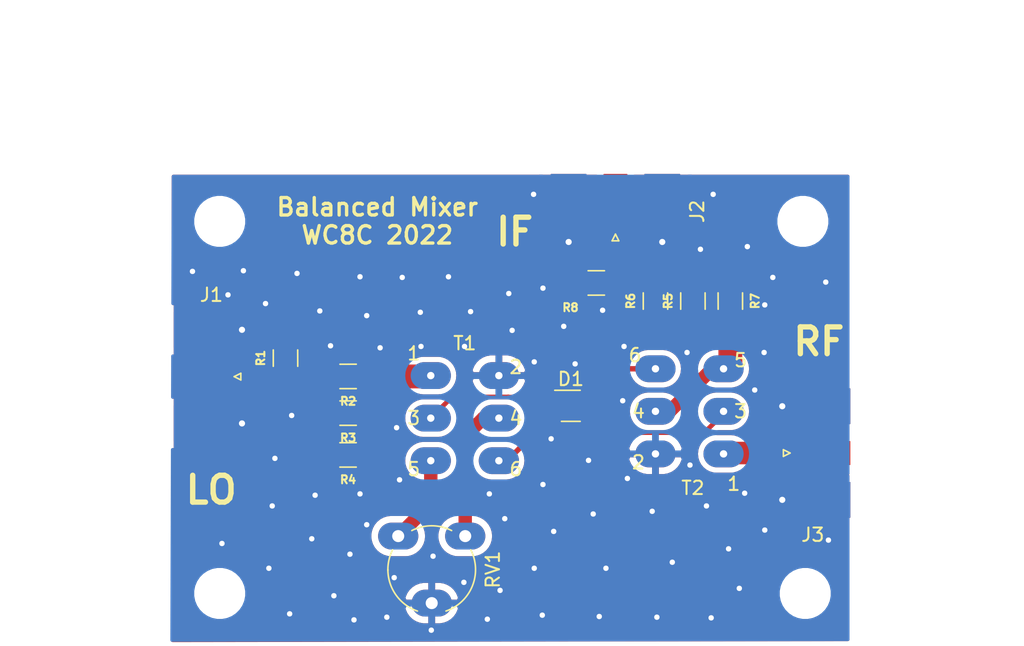
<source format=kicad_pcb>
(kicad_pcb (version 20171130) (host pcbnew "(5.1.12)-1")

  (general
    (thickness 1.6)
    (drawings 13)
    (tracks 139)
    (zones 0)
    (modules 19)
    (nets 13)
  )

  (page USLetter)
  (layers
    (0 F.Cu signal)
    (31 B.Cu signal)
    (32 B.Adhes user)
    (33 F.Adhes user)
    (34 B.Paste user)
    (35 F.Paste user)
    (36 B.SilkS user)
    (37 F.SilkS user)
    (38 B.Mask user)
    (39 F.Mask user)
    (40 Dwgs.User user)
    (41 Cmts.User user)
    (42 Eco1.User user)
    (43 Eco2.User user)
    (44 Edge.Cuts user)
    (45 Margin user)
    (46 B.CrtYd user)
    (47 F.CrtYd user)
    (48 B.Fab user)
    (49 F.Fab user)
  )

  (setup
    (last_trace_width 1.78)
    (user_trace_width 0.3)
    (user_trace_width 0.35)
    (user_trace_width 0.4)
    (user_trace_width 1)
    (user_trace_width 1.78)
    (trace_clearance 0.2)
    (zone_clearance 0.4)
    (zone_45_only yes)
    (trace_min 0.2)
    (via_size 0.8)
    (via_drill 0.4)
    (via_min_size 0.4)
    (via_min_drill 0.3)
    (uvia_size 0.3)
    (uvia_drill 0.1)
    (uvias_allowed no)
    (uvia_min_size 0.2)
    (uvia_min_drill 0.1)
    (edge_width 0.05)
    (segment_width 0.2)
    (pcb_text_width 0.3)
    (pcb_text_size 1.5 1.5)
    (mod_edge_width 0.12)
    (mod_text_size 1 1)
    (mod_text_width 0.15)
    (pad_size 2 3)
    (pad_drill 0.9)
    (pad_to_mask_clearance 0)
    (aux_axis_origin 0 0)
    (visible_elements 7FFFFFFF)
    (pcbplotparams
      (layerselection 0x010fc_ffffffff)
      (usegerberextensions false)
      (usegerberattributes true)
      (usegerberadvancedattributes true)
      (creategerberjobfile true)
      (excludeedgelayer true)
      (linewidth 0.100000)
      (plotframeref false)
      (viasonmask false)
      (mode 1)
      (useauxorigin false)
      (hpglpennumber 1)
      (hpglpenspeed 20)
      (hpglpendiameter 15.000000)
      (psnegative false)
      (psa4output false)
      (plotreference true)
      (plotvalue true)
      (plotinvisibletext false)
      (padsonsilk false)
      (subtractmaskfromsilk false)
      (outputformat 1)
      (mirror false)
      (drillshape 1)
      (scaleselection 1)
      (outputdirectory ""))
  )

  (net 0 "")
  (net 1 "Net-(D1-Pad6)")
  (net 2 "Net-(D1-Pad1)")
  (net 3 "Net-(D1-Pad2)")
  (net 4 "Net-(D1-Pad3)")
  (net 5 GNDREF)
  (net 6 "Net-(J1-Pad1)")
  (net 7 "Net-(J2-Pad1)")
  (net 8 "Net-(J3-Pad1)")
  (net 9 "Net-(R2-Pad1)")
  (net 10 "Net-(R5-Pad1)")
  (net 11 "Net-(RV1-Pad1)")
  (net 12 "Net-(RV1-Pad3)")

  (net_class Default "This is the default net class."
    (clearance 0.2)
    (trace_width 0.25)
    (via_dia 0.8)
    (via_drill 0.4)
    (uvia_dia 0.3)
    (uvia_drill 0.1)
    (add_net GNDREF)
    (add_net "Net-(D1-Pad1)")
    (add_net "Net-(D1-Pad2)")
    (add_net "Net-(D1-Pad3)")
    (add_net "Net-(D1-Pad6)")
    (add_net "Net-(J1-Pad1)")
    (add_net "Net-(J2-Pad1)")
    (add_net "Net-(J3-Pad1)")
    (add_net "Net-(R2-Pad1)")
    (add_net "Net-(R5-Pad1)")
    (add_net "Net-(RV1-Pad1)")
    (add_net "Net-(RV1-Pad3)")
  )

  (module Package_TO_SOT_SMD:SOT-363_SC-70-6_Handsoldering (layer F.Cu) (tedit 5A02FF57) (tstamp 602C860E)
    (at 155.23 92.68)
    (descr "SOT-363, SC-70-6, Handsoldering")
    (tags "SOT-363 SC-70-6 Handsoldering")
    (path /602D4BBF)
    (attr smd)
    (fp_text reference D1 (at 0 -2) (layer F.SilkS)
      (effects (font (size 1 1) (thickness 0.15)))
    )
    (fp_text value BAT54XYH (at 0.23114 3.70332 180) (layer F.Fab)
      (effects (font (size 1 1) (thickness 0.15)))
    )
    (fp_text user %R (at 0 0 90) (layer F.Fab)
      (effects (font (size 0.5 0.5) (thickness 0.075)))
    )
    (fp_line (start -2.4 1.4) (end 2.4 1.4) (layer F.CrtYd) (width 0.05))
    (fp_line (start 0.7 -1.16) (end -1.2 -1.16) (layer F.SilkS) (width 0.12))
    (fp_line (start -0.7 1.16) (end 0.7 1.16) (layer F.SilkS) (width 0.12))
    (fp_line (start 2.4 1.4) (end 2.4 -1.4) (layer F.CrtYd) (width 0.05))
    (fp_line (start -2.4 -1.4) (end -2.4 1.4) (layer F.CrtYd) (width 0.05))
    (fp_line (start -2.4 -1.4) (end 2.4 -1.4) (layer F.CrtYd) (width 0.05))
    (fp_line (start 0.675 -1.1) (end -0.175 -1.1) (layer F.Fab) (width 0.1))
    (fp_line (start -0.675 -0.6) (end -0.675 1.1) (layer F.Fab) (width 0.1))
    (fp_line (start 0.675 -1.1) (end 0.675 1.1) (layer F.Fab) (width 0.1))
    (fp_line (start 0.675 1.1) (end -0.675 1.1) (layer F.Fab) (width 0.1))
    (fp_line (start -0.175 -1.1) (end -0.675 -0.6) (layer F.Fab) (width 0.1))
    (pad 6 smd rect (at 1.33 -0.65) (size 1.5 0.4) (layers F.Cu F.Paste F.Mask)
      (net 1 "Net-(D1-Pad6)"))
    (pad 5 smd rect (at 1.33 0) (size 1.5 0.4) (layers F.Cu F.Paste F.Mask)
      (net 2 "Net-(D1-Pad1)"))
    (pad 4 smd rect (at 1.33 0.65) (size 1.5 0.4) (layers F.Cu F.Paste F.Mask)
      (net 3 "Net-(D1-Pad2)"))
    (pad 3 smd rect (at -1.33 0.65) (size 1.5 0.4) (layers F.Cu F.Paste F.Mask)
      (net 4 "Net-(D1-Pad3)"))
    (pad 2 smd rect (at -1.33 0) (size 1.5 0.4) (layers F.Cu F.Paste F.Mask)
      (net 3 "Net-(D1-Pad2)"))
    (pad 1 smd rect (at -1.33 -0.65) (size 1.5 0.4) (layers F.Cu F.Paste F.Mask)
      (net 2 "Net-(D1-Pad1)"))
    (model ${KISYS3DMOD}/Package_TO_SOT_SMD.3dshapes/SOT-363_SC-70-6.wrl
      (at (xyz 0 0 0))
      (scale (xyz 1 1 1))
      (rotate (xyz 0 0 0))
    )
  )

  (module WC8C:T37_Trifillar (layer F.Cu) (tedit 61EAF092) (tstamp 60312B4A)
    (at 164.084 93.726 180)
    (path /602C8341)
    (fp_text reference T2 (at -0.254 -5.08) (layer F.SilkS)
      (effects (font (size 1 1) (thickness 0.15)))
    )
    (fp_text value Balun (at 0 0.635 90) (layer F.Fab)
      (effects (font (size 1 1) (thickness 0.15)))
    )
    (fp_text user 6 (at 4.064 4.826) (layer F.SilkS)
      (effects (font (size 1 1) (thickness 0.15)))
    )
    (fp_text user 5 (at -3.81 4.445) (layer F.SilkS)
      (effects (font (size 1 1) (thickness 0.15)))
    )
    (fp_text user 4 (at 3.81 0.635) (layer F.SilkS)
      (effects (font (size 1 1) (thickness 0.15)))
    )
    (fp_text user 3 (at -3.81 0.635) (layer F.SilkS)
      (effects (font (size 1 1) (thickness 0.15)))
    )
    (fp_text user 2 (at 3.81 -3.175) (layer F.SilkS)
      (effects (font (size 1 1) (thickness 0.15)))
    )
    (fp_text user 1 (at -3.302 -4.7752) (layer F.SilkS)
      (effects (font (size 1 1) (thickness 0.15)))
    )
    (pad 6 thru_hole oval (at 2.54 3.81 180) (size 3 2) (drill 0.55) (layers *.Cu *.Mask)
      (net 1 "Net-(D1-Pad6)") (clearance 0.4))
    (pad 5 thru_hole oval (at -2.54 3.81 180) (size 3 2) (drill 0.55) (layers *.Cu *.Mask)
      (net 10 "Net-(R5-Pad1)") (clearance 0.4))
    (pad 4 thru_hole oval (at 2.54 0.635 180) (size 3 2) (drill 0.55) (layers *.Cu *.Mask)
      (net 10 "Net-(R5-Pad1)") (clearance 0.4))
    (pad 3 thru_hole oval (at -2.54 0.635 180) (size 3 2) (drill 0.55) (layers *.Cu *.Mask)
      (net 4 "Net-(D1-Pad3)") (clearance 0.4))
    (pad 2 thru_hole oval (at 2.54 -2.54 180) (size 3 2) (drill 0.55) (layers *.Cu *.Mask)
      (net 5 GNDREF) (clearance 0.4))
    (pad 1 thru_hole oval (at -2.54 -2.54 180) (size 3 2) (drill 0.55) (layers *.Cu *.Mask)
      (net 8 "Net-(J3-Pad1)") (clearance 0.4))
  )

  (module WC8C:T37_Trifillar (layer F.Cu) (tedit 61EAF092) (tstamp 60312AEC)
    (at 147.32 92.964)
    (path /602C7484)
    (fp_text reference T1 (at 0 -4.953) (layer F.SilkS)
      (effects (font (size 1 1) (thickness 0.15)))
    )
    (fp_text value Balun (at 0 0.635 90) (layer F.Fab)
      (effects (font (size 1 1) (thickness 0.15)))
    )
    (fp_text user 6 (at 3.81 4.445) (layer F.SilkS)
      (effects (font (size 1 1) (thickness 0.15)))
    )
    (fp_text user 5 (at -3.81 4.445) (layer F.SilkS)
      (effects (font (size 1 1) (thickness 0.15)))
    )
    (fp_text user 4 (at 3.81 0.635) (layer F.SilkS)
      (effects (font (size 1 1) (thickness 0.15)))
    )
    (fp_text user 3 (at -3.81 0.635) (layer F.SilkS)
      (effects (font (size 1 1) (thickness 0.15)))
    )
    (fp_text user 2 (at 3.81 -3.175) (layer F.SilkS)
      (effects (font (size 1 1) (thickness 0.15)))
    )
    (fp_text user 1 (at -3.81 -4.191) (layer F.SilkS)
      (effects (font (size 1 1) (thickness 0.15)))
    )
    (pad 6 thru_hole oval (at 2.54 3.81) (size 3 2) (drill 0.55) (layers *.Cu *.Mask)
      (net 3 "Net-(D1-Pad2)") (clearance 0.4))
    (pad 5 thru_hole oval (at -2.54 3.81) (size 3 2) (drill 0.55) (layers *.Cu *.Mask)
      (net 11 "Net-(RV1-Pad1)") (clearance 0.4))
    (pad 4 thru_hole oval (at 2.54 0.635) (size 3 2) (drill 0.55) (layers *.Cu *.Mask)
      (net 12 "Net-(RV1-Pad3)") (clearance 0.4))
    (pad 3 thru_hole oval (at -2.54 0.635) (size 3 2) (drill 0.55) (layers *.Cu *.Mask)
      (net 2 "Net-(D1-Pad1)") (clearance 0.4))
    (pad 2 thru_hole oval (at 2.54 -2.54) (size 3 2) (drill 0.55) (layers *.Cu *.Mask)
      (net 5 GNDREF) (clearance 0.4))
    (pad 1 thru_hole oval (at -2.54 -2.54) (size 3 2) (drill 0.55) (layers *.Cu *.Mask)
      (net 9 "Net-(R2-Pad1)") (clearance 0.4))
  )

  (module WC8C:SMD_Combo_1206_0805 (layer F.Cu) (tedit 61E31DCA) (tstamp 604250CC)
    (at 138.61228 90.4875 180)
    (descr "Capacitor SMD 1206 (3216 Metric), square (rectangular) end terminal, IPC_7351 nominal with elongated pad for handsoldering. (Body size source: IPC-SM-782 page 76, https://www.pcb-3d.com/wordpress/wp-content/uploads/ipc-sm-782a_amendment_1_and_2.pdf), generated with kicad-footprint-generator")
    (tags "capacitor handsolder")
    (path /602D6B78)
    (attr smd)
    (fp_text reference R2 (at 0 -1.85 180) (layer F.SilkS)
      (effects (font (size 0.6 0.6) (thickness 0.15)))
    )
    (fp_text value Open (at 0 1.85 180) (layer F.Fab)
      (effects (font (size 0.6 0.6) (thickness 0.15)))
    )
    (fp_line (start -1.6 0.8) (end -1.6 -0.8) (layer F.Fab) (width 0.1))
    (fp_line (start -1.6 -0.8) (end 1.6 -0.8) (layer F.Fab) (width 0.1))
    (fp_line (start 1.6 -0.8) (end 1.6 0.8) (layer F.Fab) (width 0.1))
    (fp_line (start 1.6 0.8) (end -1.6 0.8) (layer F.Fab) (width 0.1))
    (fp_line (start -0.6096 -0.91) (end 0.6096 -0.91) (layer F.SilkS) (width 0.12))
    (fp_line (start -0.6096 0.9144) (end 0.6096 0.91) (layer F.SilkS) (width 0.12))
    (fp_line (start -2.48 1.15) (end -2.48 -1.15) (layer F.CrtYd) (width 0.05))
    (fp_line (start -2.48 -1.15) (end 2.48 -1.15) (layer F.CrtYd) (width 0.05))
    (fp_line (start 2.48 -1.15) (end 2.48 1.15) (layer F.CrtYd) (width 0.05))
    (fp_line (start 2.48 1.15) (end -2.48 1.15) (layer F.CrtYd) (width 0.05))
    (fp_text user %R (at 0 0 180) (layer F.Fab)
      (effects (font (size 0.4 0.4) (thickness 0.1)))
    )
    (pad 1 smd roundrect (at -1.3625 0 180) (size 1.725 1.8) (layers F.Cu F.Paste F.Mask) (roundrect_rratio 0.189)
      (net 9 "Net-(R2-Pad1)") (clearance 0.4))
    (pad 2 smd roundrect (at 1.3625 0 180) (size 1.725 1.8) (layers F.Cu F.Paste F.Mask) (roundrect_rratio 0.189)
      (net 6 "Net-(J1-Pad1)") (clearance 0.4))
    (model ${KISYS3DMOD}/Capacitor_SMD.3dshapes/C_1206_3216Metric.wrl
      (at (xyz 0 0 0))
      (scale (xyz 1 1 1))
      (rotate (xyz 0 0 0))
    )
  )

  (module WC8C:SMD_Combo_1206_0805 (layer F.Cu) (tedit 61E31DCA) (tstamp 6042473A)
    (at 157.13 83.51)
    (descr "Capacitor SMD 1206 (3216 Metric), square (rectangular) end terminal, IPC_7351 nominal with elongated pad for handsoldering. (Body size source: IPC-SM-782 page 76, https://www.pcb-3d.com/wordpress/wp-content/uploads/ipc-sm-782a_amendment_1_and_2.pdf), generated with kicad-footprint-generator")
    (tags "capacitor handsolder")
    (path /6042D191)
    (attr smd)
    (fp_text reference R8 (at -1.93 1.84) (layer F.SilkS)
      (effects (font (size 0.6 0.6) (thickness 0.15)))
    )
    (fp_text value 220R (at 0 1.85) (layer F.Fab)
      (effects (font (size 0.6 0.6) (thickness 0.15)))
    )
    (fp_line (start -1.6 0.8) (end -1.6 -0.8) (layer F.Fab) (width 0.1))
    (fp_line (start -1.6 -0.8) (end 1.6 -0.8) (layer F.Fab) (width 0.1))
    (fp_line (start 1.6 -0.8) (end 1.6 0.8) (layer F.Fab) (width 0.1))
    (fp_line (start 1.6 0.8) (end -1.6 0.8) (layer F.Fab) (width 0.1))
    (fp_line (start -0.6096 -0.91) (end 0.6096 -0.91) (layer F.SilkS) (width 0.12))
    (fp_line (start -0.6096 0.9144) (end 0.6096 0.91) (layer F.SilkS) (width 0.12))
    (fp_line (start -2.48 1.15) (end -2.48 -1.15) (layer F.CrtYd) (width 0.05))
    (fp_line (start -2.48 -1.15) (end 2.48 -1.15) (layer F.CrtYd) (width 0.05))
    (fp_line (start 2.48 -1.15) (end 2.48 1.15) (layer F.CrtYd) (width 0.05))
    (fp_line (start 2.48 1.15) (end -2.48 1.15) (layer F.CrtYd) (width 0.05))
    (fp_text user %R (at 0 0) (layer F.Fab)
      (effects (font (size 0.4 0.4) (thickness 0.1)))
    )
    (pad 1 smd roundrect (at -1.3625 0) (size 1.725 1.8) (layers F.Cu F.Paste F.Mask) (roundrect_rratio 0.189)
      (net 5 GNDREF) (clearance 0.4))
    (pad 2 smd roundrect (at 1.3625 0) (size 1.725 1.8) (layers F.Cu F.Paste F.Mask) (roundrect_rratio 0.189)
      (net 7 "Net-(J2-Pad1)") (clearance 0.4))
    (model ${KISYS3DMOD}/Capacitor_SMD.3dshapes/C_1206_3216Metric.wrl
      (at (xyz 0 0 0))
      (scale (xyz 1 1 1))
      (rotate (xyz 0 0 0))
    )
  )

  (module WC8C:SMD_Combo_1206_0805 (layer F.Cu) (tedit 61E31DCA) (tstamp 60424729)
    (at 167.132 84.862 270)
    (descr "Capacitor SMD 1206 (3216 Metric), square (rectangular) end terminal, IPC_7351 nominal with elongated pad for handsoldering. (Body size source: IPC-SM-782 page 76, https://www.pcb-3d.com/wordpress/wp-content/uploads/ipc-sm-782a_amendment_1_and_2.pdf), generated with kicad-footprint-generator")
    (tags "capacitor handsolder")
    (path /6042BF14)
    (attr smd)
    (fp_text reference R7 (at 0 -1.85 90) (layer F.SilkS)
      (effects (font (size 0.6 0.6) (thickness 0.15)))
    )
    (fp_text value 220R (at 0 1.85 90) (layer F.Fab)
      (effects (font (size 0.6 0.6) (thickness 0.15)))
    )
    (fp_line (start -1.6 0.8) (end -1.6 -0.8) (layer F.Fab) (width 0.1))
    (fp_line (start -1.6 -0.8) (end 1.6 -0.8) (layer F.Fab) (width 0.1))
    (fp_line (start 1.6 -0.8) (end 1.6 0.8) (layer F.Fab) (width 0.1))
    (fp_line (start 1.6 0.8) (end -1.6 0.8) (layer F.Fab) (width 0.1))
    (fp_line (start -0.6096 -0.91) (end 0.6096 -0.91) (layer F.SilkS) (width 0.12))
    (fp_line (start -0.6096 0.9144) (end 0.6096 0.91) (layer F.SilkS) (width 0.12))
    (fp_line (start -2.48 1.15) (end -2.48 -1.15) (layer F.CrtYd) (width 0.05))
    (fp_line (start -2.48 -1.15) (end 2.48 -1.15) (layer F.CrtYd) (width 0.05))
    (fp_line (start 2.48 -1.15) (end 2.48 1.15) (layer F.CrtYd) (width 0.05))
    (fp_line (start 2.48 1.15) (end -2.48 1.15) (layer F.CrtYd) (width 0.05))
    (fp_text user %R (at 0 0 90) (layer F.Fab)
      (effects (font (size 0.4 0.4) (thickness 0.1)))
    )
    (pad 1 smd roundrect (at -1.3625 0 270) (size 1.725 1.8) (layers F.Cu F.Paste F.Mask) (roundrect_rratio 0.189)
      (net 5 GNDREF) (clearance 0.4))
    (pad 2 smd roundrect (at 1.3625 0 270) (size 1.725 1.8) (layers F.Cu F.Paste F.Mask) (roundrect_rratio 0.189)
      (net 10 "Net-(R5-Pad1)") (clearance 0.4))
    (model ${KISYS3DMOD}/Capacitor_SMD.3dshapes/C_1206_3216Metric.wrl
      (at (xyz 0 0 0))
      (scale (xyz 1 1 1))
      (rotate (xyz 0 0 0))
    )
  )

  (module WC8C:SMD_Combo_1206_0805 (layer F.Cu) (tedit 61E31DCA) (tstamp 60424718)
    (at 161.544 84.862 90)
    (descr "Capacitor SMD 1206 (3216 Metric), square (rectangular) end terminal, IPC_7351 nominal with elongated pad for handsoldering. (Body size source: IPC-SM-782 page 76, https://www.pcb-3d.com/wordpress/wp-content/uploads/ipc-sm-782a_amendment_1_and_2.pdf), generated with kicad-footprint-generator")
    (tags "capacitor handsolder")
    (path /60427FE0)
    (attr smd)
    (fp_text reference R6 (at 0 -1.85 90) (layer F.SilkS)
      (effects (font (size 0.6 0.6) (thickness 0.15)))
    )
    (fp_text value 47R (at 0 1.85 90) (layer F.Fab)
      (effects (font (size 0.6 0.6) (thickness 0.15)))
    )
    (fp_line (start -1.6 0.8) (end -1.6 -0.8) (layer F.Fab) (width 0.1))
    (fp_line (start -1.6 -0.8) (end 1.6 -0.8) (layer F.Fab) (width 0.1))
    (fp_line (start 1.6 -0.8) (end 1.6 0.8) (layer F.Fab) (width 0.1))
    (fp_line (start 1.6 0.8) (end -1.6 0.8) (layer F.Fab) (width 0.1))
    (fp_line (start -0.6096 -0.91) (end 0.6096 -0.91) (layer F.SilkS) (width 0.12))
    (fp_line (start -0.6096 0.9144) (end 0.6096 0.91) (layer F.SilkS) (width 0.12))
    (fp_line (start -2.48 1.15) (end -2.48 -1.15) (layer F.CrtYd) (width 0.05))
    (fp_line (start -2.48 -1.15) (end 2.48 -1.15) (layer F.CrtYd) (width 0.05))
    (fp_line (start 2.48 -1.15) (end 2.48 1.15) (layer F.CrtYd) (width 0.05))
    (fp_line (start 2.48 1.15) (end -2.48 1.15) (layer F.CrtYd) (width 0.05))
    (fp_text user %R (at 0 0 90) (layer F.Fab)
      (effects (font (size 0.4 0.4) (thickness 0.1)))
    )
    (pad 1 smd roundrect (at -1.3625 0 90) (size 1.725 1.8) (layers F.Cu F.Paste F.Mask) (roundrect_rratio 0.189)
      (net 10 "Net-(R5-Pad1)") (clearance 0.4))
    (pad 2 smd roundrect (at 1.3625 0 90) (size 1.725 1.8) (layers F.Cu F.Paste F.Mask) (roundrect_rratio 0.189)
      (net 7 "Net-(J2-Pad1)") (clearance 0.4))
    (model ${KISYS3DMOD}/Capacitor_SMD.3dshapes/C_1206_3216Metric.wrl
      (at (xyz 0 0 0))
      (scale (xyz 1 1 1))
      (rotate (xyz 0 0 0))
    )
  )

  (module WC8C:SMD_Combo_1206_0805 (layer F.Cu) (tedit 61E31DCA) (tstamp 60424707)
    (at 164.338 84.862 90)
    (descr "Capacitor SMD 1206 (3216 Metric), square (rectangular) end terminal, IPC_7351 nominal with elongated pad for handsoldering. (Body size source: IPC-SM-782 page 76, https://www.pcb-3d.com/wordpress/wp-content/uploads/ipc-sm-782a_amendment_1_and_2.pdf), generated with kicad-footprint-generator")
    (tags "capacitor handsolder")
    (path /6042879E)
    (attr smd)
    (fp_text reference R5 (at 0 -1.85 90) (layer F.SilkS)
      (effects (font (size 0.6 0.6) (thickness 0.15)))
    )
    (fp_text value 47R (at 0 1.85 90) (layer F.Fab)
      (effects (font (size 0.6 0.6) (thickness 0.15)))
    )
    (fp_line (start -1.6 0.8) (end -1.6 -0.8) (layer F.Fab) (width 0.1))
    (fp_line (start -1.6 -0.8) (end 1.6 -0.8) (layer F.Fab) (width 0.1))
    (fp_line (start 1.6 -0.8) (end 1.6 0.8) (layer F.Fab) (width 0.1))
    (fp_line (start 1.6 0.8) (end -1.6 0.8) (layer F.Fab) (width 0.1))
    (fp_line (start -0.6096 -0.91) (end 0.6096 -0.91) (layer F.SilkS) (width 0.12))
    (fp_line (start -0.6096 0.9144) (end 0.6096 0.91) (layer F.SilkS) (width 0.12))
    (fp_line (start -2.48 1.15) (end -2.48 -1.15) (layer F.CrtYd) (width 0.05))
    (fp_line (start -2.48 -1.15) (end 2.48 -1.15) (layer F.CrtYd) (width 0.05))
    (fp_line (start 2.48 -1.15) (end 2.48 1.15) (layer F.CrtYd) (width 0.05))
    (fp_line (start 2.48 1.15) (end -2.48 1.15) (layer F.CrtYd) (width 0.05))
    (fp_text user %R (at 0 0 90) (layer F.Fab)
      (effects (font (size 0.4 0.4) (thickness 0.1)))
    )
    (pad 1 smd roundrect (at -1.3625 0 90) (size 1.725 1.8) (layers F.Cu F.Paste F.Mask) (roundrect_rratio 0.189)
      (net 10 "Net-(R5-Pad1)") (clearance 0.4))
    (pad 2 smd roundrect (at 1.3625 0 90) (size 1.725 1.8) (layers F.Cu F.Paste F.Mask) (roundrect_rratio 0.189)
      (net 7 "Net-(J2-Pad1)") (clearance 0.4))
    (model ${KISYS3DMOD}/Capacitor_SMD.3dshapes/C_1206_3216Metric.wrl
      (at (xyz 0 0 0))
      (scale (xyz 1 1 1))
      (rotate (xyz 0 0 0))
    )
  )

  (module WC8C:SMD_Combo_1206_0805 (layer F.Cu) (tedit 61E31DCA) (tstamp 6042512C)
    (at 138.6084 96.3422 180)
    (descr "Capacitor SMD 1206 (3216 Metric), square (rectangular) end terminal, IPC_7351 nominal with elongated pad for handsoldering. (Body size source: IPC-SM-782 page 76, https://www.pcb-3d.com/wordpress/wp-content/uploads/ipc-sm-782a_amendment_1_and_2.pdf), generated with kicad-footprint-generator")
    (tags "capacitor handsolder")
    (path /602D66C2)
    (attr smd)
    (fp_text reference R4 (at 0 -1.85) (layer F.SilkS)
      (effects (font (size 0.6 0.6) (thickness 0.15)))
    )
    (fp_text value 82R (at 0 1.85) (layer F.Fab)
      (effects (font (size 0.6 0.6) (thickness 0.15)))
    )
    (fp_line (start -1.6 0.8) (end -1.6 -0.8) (layer F.Fab) (width 0.1))
    (fp_line (start -1.6 -0.8) (end 1.6 -0.8) (layer F.Fab) (width 0.1))
    (fp_line (start 1.6 -0.8) (end 1.6 0.8) (layer F.Fab) (width 0.1))
    (fp_line (start 1.6 0.8) (end -1.6 0.8) (layer F.Fab) (width 0.1))
    (fp_line (start -0.6096 -0.91) (end 0.6096 -0.91) (layer F.SilkS) (width 0.12))
    (fp_line (start -0.6096 0.9144) (end 0.6096 0.91) (layer F.SilkS) (width 0.12))
    (fp_line (start -2.48 1.15) (end -2.48 -1.15) (layer F.CrtYd) (width 0.05))
    (fp_line (start -2.48 -1.15) (end 2.48 -1.15) (layer F.CrtYd) (width 0.05))
    (fp_line (start 2.48 -1.15) (end 2.48 1.15) (layer F.CrtYd) (width 0.05))
    (fp_line (start 2.48 1.15) (end -2.48 1.15) (layer F.CrtYd) (width 0.05))
    (fp_text user %R (at 0 0) (layer F.Fab)
      (effects (font (size 0.4 0.4) (thickness 0.1)))
    )
    (pad 1 smd roundrect (at -1.3625 0 180) (size 1.725 1.8) (layers F.Cu F.Paste F.Mask) (roundrect_rratio 0.189)
      (net 9 "Net-(R2-Pad1)") (clearance 0.4))
    (pad 2 smd roundrect (at 1.3625 0 180) (size 1.725 1.8) (layers F.Cu F.Paste F.Mask) (roundrect_rratio 0.189)
      (net 5 GNDREF) (clearance 0.4))
    (model ${KISYS3DMOD}/Capacitor_SMD.3dshapes/C_1206_3216Metric.wrl
      (at (xyz 0 0 0))
      (scale (xyz 1 1 1))
      (rotate (xyz 0 0 0))
    )
  )

  (module WC8C:SMD_Combo_1206_0805 (layer F.Cu) (tedit 61E31DCA) (tstamp 604250FC)
    (at 138.61228 93.22562 180)
    (descr "Capacitor SMD 1206 (3216 Metric), square (rectangular) end terminal, IPC_7351 nominal with elongated pad for handsoldering. (Body size source: IPC-SM-782 page 76, https://www.pcb-3d.com/wordpress/wp-content/uploads/ipc-sm-782a_amendment_1_and_2.pdf), generated with kicad-footprint-generator")
    (tags "capacitor handsolder")
    (path /602D7962)
    (attr smd)
    (fp_text reference R3 (at 0 -1.85) (layer F.SilkS)
      (effects (font (size 0.6 0.6) (thickness 0.15)))
    )
    (fp_text value 62R (at 0 1.85) (layer F.Fab)
      (effects (font (size 0.6 0.6) (thickness 0.15)))
    )
    (fp_line (start -1.6 0.8) (end -1.6 -0.8) (layer F.Fab) (width 0.1))
    (fp_line (start -1.6 -0.8) (end 1.6 -0.8) (layer F.Fab) (width 0.1))
    (fp_line (start 1.6 -0.8) (end 1.6 0.8) (layer F.Fab) (width 0.1))
    (fp_line (start 1.6 0.8) (end -1.6 0.8) (layer F.Fab) (width 0.1))
    (fp_line (start -0.6096 -0.91) (end 0.6096 -0.91) (layer F.SilkS) (width 0.12))
    (fp_line (start -0.6096 0.9144) (end 0.6096 0.91) (layer F.SilkS) (width 0.12))
    (fp_line (start -2.48 1.15) (end -2.48 -1.15) (layer F.CrtYd) (width 0.05))
    (fp_line (start -2.48 -1.15) (end 2.48 -1.15) (layer F.CrtYd) (width 0.05))
    (fp_line (start 2.48 -1.15) (end 2.48 1.15) (layer F.CrtYd) (width 0.05))
    (fp_line (start 2.48 1.15) (end -2.48 1.15) (layer F.CrtYd) (width 0.05))
    (fp_text user %R (at 0 0) (layer F.Fab)
      (effects (font (size 0.4 0.4) (thickness 0.1)))
    )
    (pad 1 smd roundrect (at -1.3625 0 180) (size 1.725 1.8) (layers F.Cu F.Paste F.Mask) (roundrect_rratio 0.189)
      (net 9 "Net-(R2-Pad1)") (clearance 0.4))
    (pad 2 smd roundrect (at 1.3625 0 180) (size 1.725 1.8) (layers F.Cu F.Paste F.Mask) (roundrect_rratio 0.189)
      (net 6 "Net-(J1-Pad1)") (clearance 0.4))
    (model ${KISYS3DMOD}/Capacitor_SMD.3dshapes/C_1206_3216Metric.wrl
      (at (xyz 0 0 0))
      (scale (xyz 1 1 1))
      (rotate (xyz 0 0 0))
    )
  )

  (module WC8C:SMD_Combo_1206_0805 (layer F.Cu) (tedit 61E31DCA) (tstamp 602C86AC)
    (at 133.94 89.12 90)
    (descr "Capacitor SMD 1206 (3216 Metric), square (rectangular) end terminal, IPC_7351 nominal with elongated pad for handsoldering. (Body size source: IPC-SM-782 page 76, https://www.pcb-3d.com/wordpress/wp-content/uploads/ipc-sm-782a_amendment_1_and_2.pdf), generated with kicad-footprint-generator")
    (tags "capacitor handsolder")
    (path /602D5630)
    (attr smd)
    (fp_text reference R1 (at 0 -1.85 90) (layer F.SilkS)
      (effects (font (size 0.6 0.6) (thickness 0.15)))
    )
    (fp_text value 1K (at 0 1.85 90) (layer F.Fab)
      (effects (font (size 0.6 0.6) (thickness 0.15)))
    )
    (fp_line (start -1.6 0.8) (end -1.6 -0.8) (layer F.Fab) (width 0.1))
    (fp_line (start -1.6 -0.8) (end 1.6 -0.8) (layer F.Fab) (width 0.1))
    (fp_line (start 1.6 -0.8) (end 1.6 0.8) (layer F.Fab) (width 0.1))
    (fp_line (start 1.6 0.8) (end -1.6 0.8) (layer F.Fab) (width 0.1))
    (fp_line (start -0.6096 -0.91) (end 0.6096 -0.91) (layer F.SilkS) (width 0.12))
    (fp_line (start -0.6096 0.9144) (end 0.6096 0.91) (layer F.SilkS) (width 0.12))
    (fp_line (start -2.48 1.15) (end -2.48 -1.15) (layer F.CrtYd) (width 0.05))
    (fp_line (start -2.48 -1.15) (end 2.48 -1.15) (layer F.CrtYd) (width 0.05))
    (fp_line (start 2.48 -1.15) (end 2.48 1.15) (layer F.CrtYd) (width 0.05))
    (fp_line (start 2.48 1.15) (end -2.48 1.15) (layer F.CrtYd) (width 0.05))
    (fp_text user %R (at 0 0 90) (layer F.Fab)
      (effects (font (size 0.4 0.4) (thickness 0.1)))
    )
    (pad 1 smd roundrect (at -1.3625 0 90) (size 1.725 1.8) (layers F.Cu F.Paste F.Mask) (roundrect_rratio 0.189)
      (net 6 "Net-(J1-Pad1)") (clearance 0.4))
    (pad 2 smd roundrect (at 1.3625 0 90) (size 1.725 1.8) (layers F.Cu F.Paste F.Mask) (roundrect_rratio 0.189)
      (net 5 GNDREF) (clearance 0.4))
    (model ${KISYS3DMOD}/Capacitor_SMD.3dshapes/C_1206_3216Metric.wrl
      (at (xyz 0 0 0))
      (scale (xyz 1 1 1))
      (rotate (xyz 0 0 0))
    )
  )

  (module Potentiometer_THT:Potentiometer_Piher_PT-6-V_Vertical (layer F.Cu) (tedit 61EAF4E6) (tstamp 61E32218)
    (at 142.35 102.4 270)
    (descr "Potentiometer, vertical, Piher PT-6-V, http://www.piher-nacesa.com/pdf/11-PT6v03.pdf")
    (tags "Potentiometer vertical Piher PT-6-V")
    (path /61E3201B)
    (fp_text reference RV1 (at 2.5 -7.06 90) (layer F.SilkS)
      (effects (font (size 1 1) (thickness 0.15)))
    )
    (fp_text value 100R (at 2.5 2.06 90) (layer F.Fab)
      (effects (font (size 1 1) (thickness 0.15)))
    )
    (fp_line (start 6.1 -6.1) (end -1.1 -6.1) (layer F.CrtYd) (width 0.05))
    (fp_line (start 6.1 1.1) (end 6.1 -6.1) (layer F.CrtYd) (width 0.05))
    (fp_line (start -1.1 1.1) (end 6.1 1.1) (layer F.CrtYd) (width 0.05))
    (fp_line (start -1.1 -6.1) (end -1.1 1.1) (layer F.CrtYd) (width 0.05))
    (fp_circle (center 2.5 -2.5) (end 3.4 -2.5) (layer F.Fab) (width 0.1))
    (fp_circle (center 2.5 -2.5) (end 5.65 -2.5) (layer F.Fab) (width 0.1))
    (fp_text user %R (at 0.55 -2.5) (layer F.Fab)
      (effects (font (size 1 1) (thickness 0.15)))
    )
    (fp_arc (start 2.5 -2.5) (end 1.015 0.414) (angle -28) (layer F.SilkS) (width 0.12))
    (fp_arc (start 2.5 -2.5) (end -0.414 -3.984) (angle -54) (layer F.SilkS) (width 0.12))
    (fp_arc (start 2.5 -2.5) (end 5.592 -3.564) (angle -98) (layer F.SilkS) (width 0.12))
    (fp_arc (start 2.5 -2.5) (end 2.5 0.77) (angle -71) (layer F.SilkS) (width 0.12))
    (pad 1 thru_hole oval (at 0 0 270) (size 2 3) (drill 0.9) (layers *.Cu *.Mask)
      (net 11 "Net-(RV1-Pad1)") (clearance 0.5))
    (pad 2 thru_hole oval (at 5 -2.5 270) (size 2 3) (drill 0.9) (layers *.Cu *.Mask)
      (net 5 GNDREF))
    (pad 3 thru_hole oval (at 0 -5 270) (size 2 3) (drill 0.9) (layers *.Cu *.Mask)
      (net 12 "Net-(RV1-Pad3)") (clearance 0.5))
    (model ${KISYS3DMOD}/Potentiometer_THT.3dshapes/Potentiometer_Piher_PT-6-V_Vertical.wrl
      (at (xyz 0 0 0))
      (scale (xyz 1 1 1))
      (rotate (xyz 0 0 0))
    )
  )

  (module MountingHole:MountingHole_3.2mm_M3 (layer F.Cu) (tedit 56D1B4CB) (tstamp 6043FA14)
    (at 172.72 106.68)
    (descr "Mounting Hole 3.2mm, no annular, M3")
    (tags "mounting hole 3.2mm no annular m3")
    (attr virtual)
    (fp_text reference " " (at 0 -4.2) (layer F.SilkS) hide
      (effects (font (size 1 1) (thickness 0.15)))
    )
    (fp_text value " " (at 0 4.2) (layer F.Fab) hide
      (effects (font (size 1 1) (thickness 0.15)))
    )
    (fp_circle (center 0 0) (end 3.45 0) (layer F.CrtYd) (width 0.05))
    (fp_circle (center 0 0) (end 3.2 0) (layer Cmts.User) (width 0.15))
    (fp_text user %R (at 6.2738 -1.1938) (layer F.Fab)
      (effects (font (size 1 1) (thickness 0.15)))
    )
    (pad 1 np_thru_hole circle (at 0 0) (size 3.2 3.2) (drill 3.2) (layers *.Cu *.Mask))
  )

  (module MountingHole:MountingHole_3.2mm_M3 (layer F.Cu) (tedit 56D1B4CB) (tstamp 6043F9B5)
    (at 129.032 106.68)
    (descr "Mounting Hole 3.2mm, no annular, M3")
    (tags "mounting hole 3.2mm no annular m3")
    (attr virtual)
    (fp_text reference " " (at 0 -4.2) (layer F.SilkS) hide
      (effects (font (size 1 1) (thickness 0.15)))
    )
    (fp_text value " " (at 0 4.2) (layer F.Fab) hide
      (effects (font (size 1 1) (thickness 0.15)))
    )
    (fp_circle (center 0 0) (end 3.45 0) (layer F.CrtYd) (width 0.05))
    (fp_circle (center 0 0) (end 3.2 0) (layer Cmts.User) (width 0.15))
    (fp_text user %R (at 0.3 0) (layer F.Fab)
      (effects (font (size 1 1) (thickness 0.15)))
    )
    (pad 1 np_thru_hole circle (at 0 0) (size 3.2 3.2) (drill 3.2) (layers *.Cu *.Mask))
  )

  (module MountingHole:MountingHole_3.2mm_M3 (layer F.Cu) (tedit 56D1B4CB) (tstamp 6043F9A7)
    (at 129.032 78.9178)
    (descr "Mounting Hole 3.2mm, no annular, M3")
    (tags "mounting hole 3.2mm no annular m3")
    (attr virtual)
    (fp_text reference " " (at 0 -4.2) (layer F.SilkS) hide
      (effects (font (size 1 1) (thickness 0.15)))
    )
    (fp_text value " " (at 0 4.2) (layer F.Fab) hide
      (effects (font (size 1 1) (thickness 0.15)))
    )
    (fp_circle (center 0 0) (end 3.45 0) (layer F.CrtYd) (width 0.05))
    (fp_circle (center 0 0) (end 3.2 0) (layer Cmts.User) (width 0.15))
    (fp_text user %R (at 0.3 0) (layer F.Fab)
      (effects (font (size 1 1) (thickness 0.15)))
    )
    (pad 1 np_thru_hole circle (at 0 0) (size 3.2 3.2) (drill 3.2) (layers *.Cu *.Mask))
  )

  (module MountingHole:MountingHole_3.2mm_M3 (layer F.Cu) (tedit 56D1B4CB) (tstamp 6043F94E)
    (at 172.5422 78.9178)
    (descr "Mounting Hole 3.2mm, no annular, M3")
    (tags "mounting hole 3.2mm no annular m3")
    (attr virtual)
    (fp_text reference " " (at 0 -4.2) (layer F.SilkS) hide
      (effects (font (size 1 1) (thickness 0.15)))
    )
    (fp_text value " " (at 0 4.2) (layer F.Fab) hide
      (effects (font (size 1 1) (thickness 0.15)))
    )
    (fp_circle (center 0 0) (end 3.45 0) (layer F.CrtYd) (width 0.05))
    (fp_circle (center 0 0) (end 3.2 0) (layer Cmts.User) (width 0.15))
    (fp_text user %R (at 6.2738 -1.1938) (layer F.Fab)
      (effects (font (size 1 1) (thickness 0.15)))
    )
    (pad 1 np_thru_hole circle (at 0 0) (size 3.2 3.2) (drill 3.2) (layers *.Cu *.Mask))
  )

  (module Connector_Coaxial:SMA_Molex_73251-2120_EdgeMount_Horizontal (layer F.Cu) (tedit 5EBD110B) (tstamp 602C869B)
    (at 173.99 96.2025)
    (descr "Molex SMA RF Connector, Edge Mount, (http://www.molex.com/pdm_docs/sd/732512120_sd.pdf)")
    (tags "sma edge")
    (path /602EF356)
    (attr smd)
    (fp_text reference J3 (at -0.705 6.1) (layer F.SilkS)
      (effects (font (size 1 1) (thickness 0.15)))
    )
    (fp_text value RF (at -0.1 -6.2) (layer F.Fab)
      (effects (font (size 1 1) (thickness 0.15)))
    )
    (fp_line (start 2.9 0) (end 2.095 0.635) (layer F.Fab) (width 0.1))
    (fp_line (start 2.095 -0.635) (end 2.9 0) (layer F.Fab) (width 0.1))
    (fp_line (start -3.975 -5.33) (end 15.045 -5.33) (layer B.CrtYd) (width 0.05))
    (fp_line (start 15.045 -5.33) (end 15.045 5.33) (layer B.CrtYd) (width 0.05))
    (fp_line (start 15.045 5.33) (end -3.975 5.33) (layer B.CrtYd) (width 0.05))
    (fp_line (start -3.975 -5.33) (end -3.975 5.33) (layer B.CrtYd) (width 0.05))
    (fp_line (start -1.715 3.175) (end -1.715 2.155) (layer F.Fab) (width 0.1))
    (fp_line (start -2.9 0.25) (end -2.9 -0.25) (layer F.Fab) (width 0.1))
    (fp_line (start -2.4 0) (end -2.9 0.25) (layer F.Fab) (width 0.1))
    (fp_line (start -2.9 -0.25) (end -2.4 0) (layer F.Fab) (width 0.1))
    (fp_line (start -2.9 0.25) (end -2.4 0) (layer F.SilkS) (width 0.12))
    (fp_line (start -2.9 -0.25) (end -2.9 0.25) (layer F.SilkS) (width 0.12))
    (fp_line (start -2.4 0) (end -2.9 -0.25) (layer F.SilkS) (width 0.12))
    (fp_line (start 2.095 -0.635) (end -1.715 -0.635) (layer F.Fab) (width 0.1))
    (fp_line (start 2.095 0.635) (end -1.715 0.635) (layer F.Fab) (width 0.1))
    (fp_line (start -1.715 -0.635) (end -1.715 0.635) (layer F.Fab) (width 0.1))
    (fp_line (start -1.715 -3.175) (end -1.715 -2.155) (layer F.Fab) (width 0.1))
    (fp_line (start 15.045 -5.33) (end 15.045 5.33) (layer F.CrtYd) (width 0.05))
    (fp_line (start 15.045 5.33) (end -3.975 5.33) (layer F.CrtYd) (width 0.05))
    (fp_line (start -3.975 -5.33) (end -3.975 5.33) (layer F.CrtYd) (width 0.05))
    (fp_line (start -3.975 -5.33) (end 15.045 -5.33) (layer F.CrtYd) (width 0.05))
    (fp_line (start 2.095 -2.155) (end -1.715 -2.155) (layer F.Fab) (width 0.1))
    (fp_line (start 2.095 2.155) (end -1.715 2.155) (layer F.Fab) (width 0.1))
    (fp_line (start 14.545 -2.64) (end 3.115 -2.64) (layer F.Fab) (width 0.1))
    (fp_line (start 14.545 -2.64) (end 14.545 2.64) (layer F.Fab) (width 0.1))
    (fp_line (start 14.545 2.64) (end 3.115 2.64) (layer F.Fab) (width 0.1))
    (fp_line (start 2.095 -2.155) (end 2.095 2.155) (layer F.Fab) (width 0.1))
    (fp_line (start -1.715 -3.175) (end 3.115 -3.175) (layer F.Fab) (width 0.1))
    (fp_line (start 3.115 -3.175) (end 3.115 3.175) (layer F.Fab) (width 0.1))
    (fp_line (start 3.115 3.175) (end -1.715 3.175) (layer F.Fab) (width 0.1))
    (fp_text user "PCB Edge" (at 2.155 0 270) (layer Dwgs.User)
      (effects (font (size 0.5 0.5) (thickness 0.08)))
    )
    (fp_text user %R (at 9.095 0) (layer F.Fab)
      (effects (font (size 1 1) (thickness 0.15)))
    )
    (pad 2 smd rect (at -2.54 3.4925) (size 0.89 0.46) (layers B.Cu)
      (net 5 GNDREF))
    (pad 2 thru_hole circle (at -2.985 3.4925) (size 0.97 0.97) (drill 0.46) (layers *.Cu)
      (net 5 GNDREF))
    (pad 2 smd rect (at -2.54 3.4925) (size 0.89 0.46) (layers F.Cu)
      (net 5 GNDREF))
    (pad 2 smd rect (at 0 -3.4925) (size 4.19 2.665) (layers B.Cu B.Paste B.Mask)
      (net 5 GNDREF))
    (pad 2 smd rect (at 0 -3.4925) (size 4.19 2.665) (layers F.Cu F.Paste F.Mask)
      (net 5 GNDREF))
    (pad 2 smd rect (at 0 3.4925) (size 4.19 2.665) (layers B.Cu B.Paste B.Mask)
      (net 5 GNDREF))
    (pad 1 smd rect (at 0 0) (size 4.19 1.78) (layers F.Cu F.Paste F.Mask)
      (net 8 "Net-(J3-Pad1)"))
    (pad 2 smd rect (at 0 3.4925) (size 4.19 2.665) (layers F.Cu F.Paste F.Mask)
      (net 5 GNDREF))
    (pad 2 thru_hole circle (at -2.985 -3.4925) (size 0.97 0.97) (drill 0.46) (layers *.Cu)
      (net 5 GNDREF))
    (pad 2 smd rect (at -2.54 -3.4925) (size 0.89 0.46) (layers F.Cu)
      (net 5 GNDREF))
    (pad 2 smd rect (at -2.54 -3.4925) (size 0.89 0.46) (layers B.Cu)
      (net 5 GNDREF))
    (model ${KISYS3DMOD}/Connector_Coaxial.3dshapes/SMA_Molex_73251-2120_EdgeMount_Horizontal.wrl
      (at (xyz 0 0 0))
      (scale (xyz 1 1 1))
      (rotate (xyz 0 0 0))
    )
  )

  (module Connector_Coaxial:SMA_Molex_73251-2120_EdgeMount_Horizontal (layer F.Cu) (tedit 5EBD110B) (tstamp 602C863D)
    (at 127.70866 90.5002 180)
    (descr "Molex SMA RF Connector, Edge Mount, (http://www.molex.com/pdm_docs/sd/732512120_sd.pdf)")
    (tags "sma edge")
    (path /602EDFD0)
    (attr smd)
    (fp_text reference J1 (at -0.705 6.1) (layer F.SilkS)
      (effects (font (size 1 1) (thickness 0.15)))
    )
    (fp_text value LO (at -0.1 -6.2) (layer F.Fab)
      (effects (font (size 1 1) (thickness 0.15)))
    )
    (fp_line (start 2.9 0) (end 2.095 0.635) (layer F.Fab) (width 0.1))
    (fp_line (start 2.095 -0.635) (end 2.9 0) (layer F.Fab) (width 0.1))
    (fp_line (start -3.975 -5.33) (end 15.045 -5.33) (layer B.CrtYd) (width 0.05))
    (fp_line (start 15.045 -5.33) (end 15.045 5.33) (layer B.CrtYd) (width 0.05))
    (fp_line (start 15.045 5.33) (end -3.975 5.33) (layer B.CrtYd) (width 0.05))
    (fp_line (start -3.975 -5.33) (end -3.975 5.33) (layer B.CrtYd) (width 0.05))
    (fp_line (start -1.715 3.175) (end -1.715 2.155) (layer F.Fab) (width 0.1))
    (fp_line (start -2.9 0.25) (end -2.9 -0.25) (layer F.Fab) (width 0.1))
    (fp_line (start -2.4 0) (end -2.9 0.25) (layer F.Fab) (width 0.1))
    (fp_line (start -2.9 -0.25) (end -2.4 0) (layer F.Fab) (width 0.1))
    (fp_line (start -2.9 0.25) (end -2.4 0) (layer F.SilkS) (width 0.12))
    (fp_line (start -2.9 -0.25) (end -2.9 0.25) (layer F.SilkS) (width 0.12))
    (fp_line (start -2.4 0) (end -2.9 -0.25) (layer F.SilkS) (width 0.12))
    (fp_line (start 2.095 -0.635) (end -1.715 -0.635) (layer F.Fab) (width 0.1))
    (fp_line (start 2.095 0.635) (end -1.715 0.635) (layer F.Fab) (width 0.1))
    (fp_line (start -1.715 -0.635) (end -1.715 0.635) (layer F.Fab) (width 0.1))
    (fp_line (start -1.715 -3.175) (end -1.715 -2.155) (layer F.Fab) (width 0.1))
    (fp_line (start 15.045 -5.33) (end 15.045 5.33) (layer F.CrtYd) (width 0.05))
    (fp_line (start 15.045 5.33) (end -3.975 5.33) (layer F.CrtYd) (width 0.05))
    (fp_line (start -3.975 -5.33) (end -3.975 5.33) (layer F.CrtYd) (width 0.05))
    (fp_line (start -3.975 -5.33) (end 15.045 -5.33) (layer F.CrtYd) (width 0.05))
    (fp_line (start 2.095 -2.155) (end -1.715 -2.155) (layer F.Fab) (width 0.1))
    (fp_line (start 2.095 2.155) (end -1.715 2.155) (layer F.Fab) (width 0.1))
    (fp_line (start 14.545 -2.64) (end 3.115 -2.64) (layer F.Fab) (width 0.1))
    (fp_line (start 14.545 -2.64) (end 14.545 2.64) (layer F.Fab) (width 0.1))
    (fp_line (start 14.545 2.64) (end 3.115 2.64) (layer F.Fab) (width 0.1))
    (fp_line (start 2.095 -2.155) (end 2.095 2.155) (layer F.Fab) (width 0.1))
    (fp_line (start -1.715 -3.175) (end 3.115 -3.175) (layer F.Fab) (width 0.1))
    (fp_line (start 3.115 -3.175) (end 3.115 3.175) (layer F.Fab) (width 0.1))
    (fp_line (start 3.115 3.175) (end -1.715 3.175) (layer F.Fab) (width 0.1))
    (fp_text user "PCB Edge" (at 2.155 0 270) (layer Dwgs.User)
      (effects (font (size 0.5 0.5) (thickness 0.08)))
    )
    (fp_text user %R (at 9.095 0) (layer F.Fab)
      (effects (font (size 1 1) (thickness 0.15)))
    )
    (pad 2 smd rect (at -2.54 3.4925 180) (size 0.89 0.46) (layers B.Cu)
      (net 5 GNDREF))
    (pad 2 thru_hole circle (at -2.985 3.4925 180) (size 0.97 0.97) (drill 0.46) (layers *.Cu)
      (net 5 GNDREF))
    (pad 2 smd rect (at -2.54 3.4925 180) (size 0.89 0.46) (layers F.Cu)
      (net 5 GNDREF))
    (pad 2 smd rect (at 0 -3.4925 180) (size 4.19 2.665) (layers B.Cu B.Paste B.Mask)
      (net 5 GNDREF))
    (pad 2 smd rect (at 0 -3.4925 180) (size 4.19 2.665) (layers F.Cu F.Paste F.Mask)
      (net 5 GNDREF))
    (pad 2 smd rect (at 0 3.4925 180) (size 4.19 2.665) (layers B.Cu B.Paste B.Mask)
      (net 5 GNDREF))
    (pad 1 smd rect (at 0 0 180) (size 4.19 1.78) (layers F.Cu F.Paste F.Mask)
      (net 6 "Net-(J1-Pad1)"))
    (pad 2 smd rect (at 0 3.4925 180) (size 4.19 2.665) (layers F.Cu F.Paste F.Mask)
      (net 5 GNDREF))
    (pad 2 thru_hole circle (at -2.985 -3.4925 180) (size 0.97 0.97) (drill 0.46) (layers *.Cu)
      (net 5 GNDREF))
    (pad 2 smd rect (at -2.54 -3.4925 180) (size 0.89 0.46) (layers F.Cu)
      (net 5 GNDREF))
    (pad 2 smd rect (at -2.54 -3.4925 180) (size 0.89 0.46) (layers B.Cu)
      (net 5 GNDREF))
    (model ${KISYS3DMOD}/Connector_Coaxial.3dshapes/SMA_Molex_73251-2120_EdgeMount_Horizontal.wrl
      (at (xyz 0 0 0))
      (scale (xyz 1 1 1))
      (rotate (xyz 0 0 0))
    )
  )

  (module Connector_Coaxial:SMA_Molex_73251-2120_EdgeMount_Horizontal (layer F.Cu) (tedit 5EBD110B) (tstamp 602C866C)
    (at 158.5595 77.47 90)
    (descr "Molex SMA RF Connector, Edge Mount, (http://www.molex.com/pdm_docs/sd/732512120_sd.pdf)")
    (tags "sma edge")
    (path /602EF6D2)
    (attr smd)
    (fp_text reference J2 (at -0.705 6.1 90) (layer F.SilkS)
      (effects (font (size 1 1) (thickness 0.15)))
    )
    (fp_text value IF (at 0.40386 -6.7564 180) (layer F.Fab)
      (effects (font (size 1 1) (thickness 0.15)))
    )
    (fp_line (start 2.9 0) (end 2.095 0.635) (layer F.Fab) (width 0.1))
    (fp_line (start 2.095 -0.635) (end 2.9 0) (layer F.Fab) (width 0.1))
    (fp_line (start -3.975 -5.33) (end 15.045 -5.33) (layer B.CrtYd) (width 0.05))
    (fp_line (start 15.045 -5.33) (end 15.045 5.33) (layer B.CrtYd) (width 0.05))
    (fp_line (start 15.045 5.33) (end -3.975 5.33) (layer B.CrtYd) (width 0.05))
    (fp_line (start -3.975 -5.33) (end -3.975 5.33) (layer B.CrtYd) (width 0.05))
    (fp_line (start -1.715 3.175) (end -1.715 2.155) (layer F.Fab) (width 0.1))
    (fp_line (start -2.9 0.25) (end -2.9 -0.25) (layer F.Fab) (width 0.1))
    (fp_line (start -2.4 0) (end -2.9 0.25) (layer F.Fab) (width 0.1))
    (fp_line (start -2.9 -0.25) (end -2.4 0) (layer F.Fab) (width 0.1))
    (fp_line (start -2.9 0.25) (end -2.4 0) (layer F.SilkS) (width 0.12))
    (fp_line (start -2.9 -0.25) (end -2.9 0.25) (layer F.SilkS) (width 0.12))
    (fp_line (start -2.4 0) (end -2.9 -0.25) (layer F.SilkS) (width 0.12))
    (fp_line (start 2.095 -0.635) (end -1.715 -0.635) (layer F.Fab) (width 0.1))
    (fp_line (start 2.095 0.635) (end -1.715 0.635) (layer F.Fab) (width 0.1))
    (fp_line (start -1.715 -0.635) (end -1.715 0.635) (layer F.Fab) (width 0.1))
    (fp_line (start -1.715 -3.175) (end -1.715 -2.155) (layer F.Fab) (width 0.1))
    (fp_line (start 15.045 -5.33) (end 15.045 5.33) (layer F.CrtYd) (width 0.05))
    (fp_line (start 15.045 5.33) (end -3.975 5.33) (layer F.CrtYd) (width 0.05))
    (fp_line (start -3.975 -5.33) (end -3.975 5.33) (layer F.CrtYd) (width 0.05))
    (fp_line (start -3.975 -5.33) (end 15.045 -5.33) (layer F.CrtYd) (width 0.05))
    (fp_line (start 2.095 -2.155) (end -1.715 -2.155) (layer F.Fab) (width 0.1))
    (fp_line (start 2.095 2.155) (end -1.715 2.155) (layer F.Fab) (width 0.1))
    (fp_line (start 14.545 -2.64) (end 3.115 -2.64) (layer F.Fab) (width 0.1))
    (fp_line (start 14.545 -2.64) (end 14.545 2.64) (layer F.Fab) (width 0.1))
    (fp_line (start 14.545 2.64) (end 3.115 2.64) (layer F.Fab) (width 0.1))
    (fp_line (start 2.095 -2.155) (end 2.095 2.155) (layer F.Fab) (width 0.1))
    (fp_line (start -1.715 -3.175) (end 3.115 -3.175) (layer F.Fab) (width 0.1))
    (fp_line (start 3.115 -3.175) (end 3.115 3.175) (layer F.Fab) (width 0.1))
    (fp_line (start 3.115 3.175) (end -1.715 3.175) (layer F.Fab) (width 0.1))
    (fp_text user "PCB Edge" (at 2.155 0 180) (layer Dwgs.User)
      (effects (font (size 0.5 0.5) (thickness 0.08)))
    )
    (fp_text user %R (at 9.095 0 90) (layer F.Fab)
      (effects (font (size 1 1) (thickness 0.15)))
    )
    (pad 2 smd rect (at -2.54 3.4925 90) (size 0.89 0.46) (layers B.Cu)
      (net 5 GNDREF))
    (pad 2 thru_hole circle (at -2.985 3.4925 90) (size 0.97 0.97) (drill 0.46) (layers *.Cu)
      (net 5 GNDREF))
    (pad 2 smd rect (at -2.54 3.4925 90) (size 0.89 0.46) (layers F.Cu)
      (net 5 GNDREF))
    (pad 2 smd rect (at 0 -3.4925 90) (size 4.19 2.665) (layers B.Cu B.Paste B.Mask)
      (net 5 GNDREF))
    (pad 2 smd rect (at 0 -3.4925 90) (size 4.19 2.665) (layers F.Cu F.Paste F.Mask)
      (net 5 GNDREF))
    (pad 2 smd rect (at 0 3.4925 90) (size 4.19 2.665) (layers B.Cu B.Paste B.Mask)
      (net 5 GNDREF))
    (pad 1 smd rect (at 0 0 90) (size 4.19 1.78) (layers F.Cu F.Paste F.Mask)
      (net 7 "Net-(J2-Pad1)"))
    (pad 2 smd rect (at 0 3.4925 90) (size 4.19 2.665) (layers F.Cu F.Paste F.Mask)
      (net 5 GNDREF))
    (pad 2 thru_hole circle (at -2.985 -3.4925 90) (size 0.97 0.97) (drill 0.46) (layers *.Cu)
      (net 5 GNDREF))
    (pad 2 smd rect (at -2.54 -3.4925 90) (size 0.89 0.46) (layers F.Cu)
      (net 5 GNDREF))
    (pad 2 smd rect (at -2.54 -3.4925 90) (size 0.89 0.46) (layers B.Cu)
      (net 5 GNDREF))
    (model ${KISYS3DMOD}/Connector_Coaxial.3dshapes/SMA_Molex_73251-2120_EdgeMount_Horizontal.wrl
      (at (xyz 0 0 0))
      (scale (xyz 1 1 1))
      (rotate (xyz 0 0 0))
    )
  )

  (gr_text "Balanced Mixer\nWC8C 2022" (at 140.7904 78.8982) (layer F.SilkS) (tstamp 60318C32)
    (effects (font (size 1.3 1.3) (thickness 0.25)))
  )
  (gr_text RF (at 173.736 87.884) (layer F.SilkS) (tstamp 60318C2B)
    (effects (font (size 2 2) (thickness 0.4)))
  )
  (gr_text LO (at 128.397 98.9584) (layer F.SilkS) (tstamp 60318C27)
    (effects (font (size 2 2) (thickness 0.4)))
  )
  (gr_text IF (at 151.04 79.7) (layer F.SilkS) (tstamp 60318C20)
    (effects (font (size 2 2) (thickness 0.4)))
  )
  (gr_text "Balanced Mixer\nWC8C 2022" (at 140.7904 78.8982) (layer F.Cu) (tstamp 602D38E0)
    (effects (font (size 1.3 1.3) (thickness 0.25)))
  )
  (gr_text IF (at 151.04 79.7) (layer F.Cu)
    (effects (font (size 2 2) (thickness 0.4)))
  )
  (gr_text RF (at 173.736 87.884) (layer F.Cu)
    (effects (font (size 2 2) (thickness 0.4)))
  )
  (gr_text LO (at 128.397 98.9584) (layer F.Cu)
    (effects (font (size 2 2) (thickness 0.4)))
  )
  (gr_line (start 125.349 75.1586) (end 167.132 75.184) (layer Dwgs.User) (width 0.15))
  (gr_line (start 125.2982 110.49) (end 125.349 75.1586) (layer Dwgs.User) (width 0.15))
  (gr_line (start 176.276 110.49) (end 125.2982 110.5154) (layer Dwgs.User) (width 0.15))
  (gr_line (start 176.276 75.184) (end 176.276 110.49) (layer Dwgs.User) (width 0.15))
  (gr_line (start 166.878 75.184) (end 176.276 75.184) (layer Dwgs.User) (width 0.15))

  (segment (start 161.544 89.916) (end 158.54354 89.916) (width 0.4) (layer F.Cu) (net 1))
  (segment (start 156.56 91.89954) (end 158.54354 89.916) (width 0.4) (layer F.Cu) (net 1))
  (segment (start 156.56 92.03) (end 156.56 91.89954) (width 0.4) (layer F.Cu) (net 1))
  (segment (start 146.359 92.02) (end 144.78 93.599) (width 0.35) (layer F.Cu) (net 2))
  (segment (start 150.56 92.02) (end 146.359 92.02) (width 0.35) (layer F.Cu) (net 2))
  (segment (start 150.57 92.03) (end 150.56 92.02) (width 0.35) (layer F.Cu) (net 2))
  (segment (start 153.9 92.03) (end 150.57 92.03) (width 0.35) (layer F.Cu) (net 2))
  (segment (start 155.65 92.68) (end 156.56 92.68) (width 0.35) (layer F.Cu) (net 2))
  (segment (start 155 92.03) (end 155.65 92.68) (width 0.35) (layer F.Cu) (net 2))
  (segment (start 153.9 92.03) (end 155 92.03) (width 0.35) (layer F.Cu) (net 2))
  (segment (start 152.2 93.1) (end 152.2 95.05) (width 0.4) (layer F.Cu) (net 3))
  (segment (start 150.476 96.774) (end 149.86 96.774) (width 0.4) (layer F.Cu) (net 3))
  (segment (start 152.2 95.05) (end 150.476 96.774) (width 0.4) (layer F.Cu) (net 3))
  (segment (start 154.872169 92.68) (end 155.522169 93.33) (width 0.35) (layer F.Cu) (net 3))
  (segment (start 155.522169 93.33) (end 156.56 93.33) (width 0.35) (layer F.Cu) (net 3))
  (segment (start 153.9 92.68) (end 154.872169 92.68) (width 0.35) (layer F.Cu) (net 3))
  (segment (start 152.62 92.68) (end 152.2 93.1) (width 0.4) (layer F.Cu) (net 3))
  (segment (start 153.9 92.68) (end 152.62 92.68) (width 0.4) (layer F.Cu) (net 3))
  (segment (start 165.19682 94.68) (end 155.64 94.68) (width 0.35) (layer F.Cu) (net 4))
  (segment (start 166.624 93.25282) (end 165.19682 94.68) (width 0.35) (layer F.Cu) (net 4))
  (segment (start 166.624 93.091) (end 166.624 93.25282) (width 0.35) (layer F.Cu) (net 4))
  (segment (start 154.29 93.33) (end 155.64 94.68) (width 0.35) (layer F.Cu) (net 4))
  (segment (start 153.9 93.33) (end 154.29 93.33) (width 0.35) (layer F.Cu) (net 4))
  (segment (start 173.99 99.695) (end 171.005 99.695) (width 1.5) (layer F.Cu) (net 5))
  (segment (start 173.99 92.71) (end 171.005 92.71) (width 1.5) (layer F.Cu) (net 5))
  (segment (start 127.70866 87.0077) (end 130.69366 87.0077) (width 1.5) (layer F.Cu) (net 5))
  (segment (start 127.70866 93.9927) (end 130.69366 93.9927) (width 1.5) (layer F.Cu) (net 5))
  (via (at 142.65 83.1) (size 0.8) (drill 0.4) (layers F.Cu B.Cu) (net 5))
  (via (at 127 82.65) (size 0.8) (drill 0.4) (layers F.Cu B.Cu) (net 5) (tstamp 61E323DB))
  (via (at 129.65 84.4) (size 0.8) (drill 0.4) (layers F.Cu B.Cu) (net 5) (tstamp 61E323DD))
  (via (at 130.8 82.6) (size 0.8) (drill 0.4) (layers F.Cu B.Cu) (net 5) (tstamp 61E323DF))
  (via (at 132.45 85.05) (size 0.8) (drill 0.4) (layers F.Cu B.Cu) (net 5) (tstamp 61E323E1))
  (via (at 134.8 82.8) (size 0.8) (drill 0.4) (layers F.Cu B.Cu) (net 5) (tstamp 61E323E3))
  (via (at 136.5 85.6) (size 0.8) (drill 0.4) (layers F.Cu B.Cu) (net 5) (tstamp 61E323E5))
  (via (at 139.5 83.05) (size 0.8) (drill 0.4) (layers F.Cu B.Cu) (net 5) (tstamp 61E323E7))
  (via (at 140 85.95) (size 0.8) (drill 0.4) (layers F.Cu B.Cu) (net 5) (tstamp 61E323E9))
  (via (at 137.3 88.2) (size 0.8) (drill 0.4) (layers F.Cu B.Cu) (net 5) (tstamp 61E323EB))
  (via (at 141 88.35) (size 0.8) (drill 0.4) (layers F.Cu B.Cu) (net 5) (tstamp 61E323ED))
  (via (at 144.05 88.25) (size 0.8) (drill 0.4) (layers F.Cu B.Cu) (net 5) (tstamp 61E323EF))
  (via (at 147.3 88.25) (size 0.8) (drill 0.4) (layers F.Cu B.Cu) (net 5) (tstamp 61E323F1))
  (via (at 144 85.7) (size 0.8) (drill 0.4) (layers F.Cu B.Cu) (net 5) (tstamp 61E323F3))
  (via (at 146.1 83.05) (size 0.8) (drill 0.4) (layers F.Cu B.Cu) (net 5) (tstamp 61E323F5))
  (via (at 147.75 85.65) (size 0.8) (drill 0.4) (layers F.Cu B.Cu) (net 5) (tstamp 61E323F7))
  (via (at 150.6 84.3) (size 0.8) (drill 0.4) (layers F.Cu B.Cu) (net 5) (tstamp 61E323F9))
  (via (at 152.45 76.9) (size 0.8) (drill 0.4) (layers F.Cu B.Cu) (net 5) (tstamp 61E323FB))
  (via (at 153.15 83.9) (size 0.8) (drill 0.4) (layers F.Cu B.Cu) (net 5) (tstamp 61E323FD))
  (via (at 150.85 87.05) (size 0.8) (drill 0.4) (layers F.Cu B.Cu) (net 5) (tstamp 61E323FF))
  (via (at 152.5 89.4) (size 0.8) (drill 0.4) (layers F.Cu B.Cu) (net 5) (tstamp 61E32401))
  (via (at 155.55 89.55) (size 0.8) (drill 0.4) (layers F.Cu B.Cu) (net 5) (tstamp 61E32403))
  (via (at 159.2 88.25) (size 0.8) (drill 0.4) (layers F.Cu B.Cu) (net 5) (tstamp 61E32405))
  (via (at 163.9 88.7) (size 0.8) (drill 0.4) (layers F.Cu B.Cu) (net 5) (tstamp 61E32407))
  (via (at 159.1 92.3) (size 0.8) (drill 0.4) (layers F.Cu B.Cu) (net 5) (tstamp 61E32409))
  (via (at 157.6 85.55) (size 0.8) (drill 0.4) (layers F.Cu B.Cu) (net 5) (tstamp 61E3240B))
  (via (at 154.7 86.75) (size 0.8) (drill 0.4) (layers F.Cu B.Cu) (net 5) (tstamp 61E3240D))
  (via (at 165.85 76.9) (size 0.8) (drill 0.4) (layers F.Cu B.Cu) (net 5) (tstamp 61E3240F))
  (via (at 164.9 81) (size 0.8) (drill 0.4) (layers F.Cu B.Cu) (net 5) (tstamp 61E32411))
  (via (at 168.4 80.8) (size 0.8) (drill 0.4) (layers F.Cu B.Cu) (net 5) (tstamp 61E32413))
  (via (at 170.3 83.1) (size 0.8) (drill 0.4) (layers F.Cu B.Cu) (net 5) (tstamp 61E32415))
  (via (at 174.25 83.45) (size 0.8) (drill 0.4) (layers F.Cu B.Cu) (net 5) (tstamp 61E32417))
  (via (at 169.7 85.15) (size 0.8) (drill 0.4) (layers F.Cu B.Cu) (net 5) (tstamp 61E32419))
  (via (at 169.65 88.7) (size 0.8) (drill 0.4) (layers F.Cu B.Cu) (net 5) (tstamp 61E3241B))
  (via (at 168.95 91.5) (size 0.8) (drill 0.4) (layers F.Cu B.Cu) (net 5) (tstamp 61E3241D))
  (via (at 168.2 99.2) (size 0.8) (drill 0.4) (layers F.Cu B.Cu) (net 5) (tstamp 61E3241F))
  (via (at 169.7 101.95) (size 0.8) (drill 0.4) (layers F.Cu B.Cu) (net 5) (tstamp 61E32421))
  (via (at 174.45 102.7) (size 0.8) (drill 0.4) (layers F.Cu B.Cu) (net 5) (tstamp 61E32423))
  (via (at 164.12 97.1) (size 0.8) (drill 0.4) (layers F.Cu B.Cu) (net 5) (tstamp 61E32425))
  (via (at 165.35 100.15) (size 0.8) (drill 0.4) (layers F.Cu B.Cu) (net 5) (tstamp 61E32427))
  (via (at 167 103.35) (size 0.8) (drill 0.4) (layers F.Cu B.Cu) (net 5) (tstamp 61E32429))
  (via (at 167.8 106.3) (size 0.8) (drill 0.4) (layers F.Cu B.Cu) (net 5) (tstamp 61E3242B))
  (via (at 165.7 108.5) (size 0.8) (drill 0.4) (layers F.Cu B.Cu) (net 5) (tstamp 61E3242D))
  (via (at 161.65 108.45) (size 0.8) (drill 0.4) (layers F.Cu B.Cu) (net 5) (tstamp 61E3242F))
  (via (at 157.35 108.4) (size 0.8) (drill 0.4) (layers F.Cu B.Cu) (net 5) (tstamp 61E32431))
  (via (at 153.1 108.3) (size 0.8) (drill 0.4) (layers F.Cu B.Cu) (net 5) (tstamp 61E32433))
  (via (at 144.82 109.42) (size 0.8) (drill 0.4) (layers F.Cu B.Cu) (net 5) (tstamp 61E32435))
  (via (at 141.5 108.45) (size 0.8) (drill 0.4) (layers F.Cu B.Cu) (net 5) (tstamp 61E32437))
  (via (at 134.25 108.2) (size 0.8) (drill 0.4) (layers F.Cu B.Cu) (net 5) (tstamp 61E32439))
  (via (at 132.7 104.8) (size 0.8) (drill 0.4) (layers F.Cu B.Cu) (net 5) (tstamp 61E3243B))
  (via (at 129.2 102.95) (size 0.8) (drill 0.4) (layers F.Cu B.Cu) (net 5) (tstamp 61E3243D))
  (via (at 132.95 100.15) (size 0.8) (drill 0.4) (layers F.Cu B.Cu) (net 5) (tstamp 61E3243F))
  (via (at 133.15 96.6) (size 0.8) (drill 0.4) (layers F.Cu B.Cu) (net 5) (tstamp 61E32441))
  (via (at 134.4 93.4) (size 0.8) (drill 0.4) (layers F.Cu B.Cu) (net 5) (tstamp 61E32443))
  (via (at 136.15 99.35) (size 0.8) (drill 0.4) (layers F.Cu B.Cu) (net 5) (tstamp 61E32445))
  (via (at 139.5 99.25) (size 0.8) (drill 0.4) (layers F.Cu B.Cu) (net 5) (tstamp 61E32447))
  (via (at 142.45 98.2) (size 0.8) (drill 0.4) (layers F.Cu B.Cu) (net 5) (tstamp 61E32449))
  (via (at 142.23 94.31) (size 0.8) (drill 0.4) (layers F.Cu B.Cu) (net 5) (tstamp 61E3244B))
  (via (at 144.95 103.9) (size 0.8) (drill 0.4) (layers F.Cu B.Cu) (net 5) (tstamp 61E32451))
  (via (at 135.9 102.6) (size 0.8) (drill 0.4) (layers F.Cu B.Cu) (net 5) (tstamp 61E32453))
  (via (at 157.85 104.8) (size 0.8) (drill 0.4) (layers F.Cu B.Cu) (net 5) (tstamp 61E32455))
  (via (at 162.8 104.35) (size 0.8) (drill 0.4) (layers F.Cu B.Cu) (net 5) (tstamp 61E32457))
  (via (at 161.3 100.55) (size 0.8) (drill 0.4) (layers F.Cu B.Cu) (net 5) (tstamp 61E32459))
  (via (at 156.9 100.75) (size 0.8) (drill 0.4) (layers F.Cu B.Cu) (net 5) (tstamp 61E3245B))
  (via (at 153.15 98.55) (size 0.8) (drill 0.4) (layers F.Cu B.Cu) (net 5) (tstamp 61E3245D))
  (via (at 153.76 95.14) (size 0.8) (drill 0.4) (layers F.Cu B.Cu) (net 5) (tstamp 61E3245F))
  (via (at 156.55 96.75) (size 0.8) (drill 0.4) (layers F.Cu B.Cu) (net 5) (tstamp 61E32461))
  (via (at 159.45 98.1) (size 0.8) (drill 0.4) (layers F.Cu B.Cu) (net 5) (tstamp 61E32463))
  (via (at 150.3 101.1) (size 0.8) (drill 0.4) (layers F.Cu B.Cu) (net 5) (tstamp 61E32516))
  (via (at 152.5 104.8) (size 0.8) (drill 0.4) (layers F.Cu B.Cu) (net 5) (tstamp 61E32518))
  (via (at 138.75 103.75) (size 0.8) (drill 0.4) (layers F.Cu B.Cu) (net 5) (tstamp 61E32DF6))
  (via (at 137.55 106.85) (size 0.8) (drill 0.4) (layers F.Cu B.Cu) (net 5) (tstamp 61E32DF8))
  (via (at 149 108.6) (size 0.8) (drill 0.4) (layers F.Cu B.Cu) (net 5) (tstamp 61EAFC84))
  (via (at 149.95 106.45) (size 0.8) (drill 0.4) (layers F.Cu B.Cu) (net 5) (tstamp 61EAFC86))
  (via (at 149.15 99.25) (size 0.8) (drill 0.4) (layers F.Cu B.Cu) (net 5) (tstamp 61EAFC88))
  (via (at 140 101.55) (size 0.8) (drill 0.4) (layers F.Cu B.Cu) (net 5) (tstamp 61EAFD04))
  (via (at 139.05 108.65) (size 0.8) (drill 0.4) (layers F.Cu B.Cu) (net 5) (tstamp 61EAFD06))
  (via (at 147.25 105.85) (size 0.8) (drill 0.4) (layers F.Cu B.Cu) (net 5) (tstamp 61EAFD08))
  (via (at 142.05 105.5) (size 0.8) (drill 0.4) (layers F.Cu B.Cu) (net 5) (tstamp 61EAFD0A))
  (via (at 153.95 102.05) (size 0.8) (drill 0.4) (layers F.Cu B.Cu) (net 5) (tstamp 61EAFD0C))
  (segment (start 127.73406 90.4748) (end 127.70866 90.5002) (width 1.5) (layer F.Cu) (net 6))
  (segment (start 133.9223 90.5002) (end 133.94 90.4825) (width 1.78) (layer F.Cu) (net 6))
  (segment (start 127.70866 90.5002) (end 133.9223 90.5002) (width 1.78) (layer F.Cu) (net 6))
  (segment (start 137.24478 90.4825) (end 137.24978 90.4875) (width 1.78) (layer F.Cu) (net 6))
  (segment (start 133.94 90.4825) (end 137.24478 90.4825) (width 1.78) (layer F.Cu) (net 6))
  (segment (start 137.24978 90.4875) (end 137.24978 93.22562) (width 1.78) (layer F.Cu) (net 6))
  (segment (start 158.496 77.5335) (end 158.5595 77.47) (width 1.5) (layer F.Cu) (net 7))
  (segment (start 164.338 83.4995) (end 161.544 83.4995) (width 1.78) (layer F.Cu) (net 7))
  (segment (start 158.503 83.4995) (end 158.4925 83.51) (width 1.78) (layer F.Cu) (net 7))
  (segment (start 161.544 83.4995) (end 158.503 83.4995) (width 1.78) (layer F.Cu) (net 7))
  (segment (start 158.5595 83.443) (end 158.4925 83.51) (width 1.78) (layer F.Cu) (net 7))
  (segment (start 158.5595 77.47) (end 158.5595 83.443) (width 1.78) (layer F.Cu) (net 7))
  (segment (start 166.6875 96.2025) (end 166.624 96.266) (width 1.5) (layer F.Cu) (net 8))
  (segment (start 173.99 96.2025) (end 166.6875 96.2025) (width 1.68) (layer F.Cu) (net 8))
  (segment (start 139.9709 93.2295) (end 139.97478 93.22562) (width 1.6) (layer F.Cu) (net 9))
  (segment (start 144.7165 90.4875) (end 144.78 90.424) (width 1.78) (layer F.Cu) (net 9))
  (segment (start 139.97478 90.4875) (end 144.7165 90.4875) (width 1.78) (layer F.Cu) (net 9))
  (segment (start 139.97478 90.4875) (end 139.97478 93.22562) (width 1.78) (layer F.Cu) (net 9))
  (segment (start 139.97478 96.33832) (end 139.9709 96.3422) (width 1.78) (layer F.Cu) (net 9))
  (segment (start 139.97478 93.22562) (end 139.97478 96.33832) (width 1.78) (layer F.Cu) (net 9))
  (segment (start 166.624 89.916) (end 165.784 89.916) (width 1) (layer F.Cu) (net 10))
  (segment (start 162.609 93.091) (end 161.544 93.091) (width 1) (layer F.Cu) (net 10))
  (segment (start 165.784 89.916) (end 162.609 93.091) (width 1) (layer F.Cu) (net 10))
  (segment (start 167.132 86.2245) (end 164.338 86.2245) (width 1.78) (layer F.Cu) (net 10))
  (segment (start 164.338 86.2245) (end 161.544 86.2245) (width 1.78) (layer F.Cu) (net 10))
  (segment (start 167.132 89.408) (end 166.624 89.916) (width 1.78) (layer F.Cu) (net 10))
  (segment (start 167.132 86.2245) (end 167.132 89.408) (width 1.78) (layer F.Cu) (net 10))
  (segment (start 144.78 99.97) (end 142.35 102.4) (width 1) (layer F.Cu) (net 11))
  (segment (start 144.78 96.774) (end 144.78 99.97) (width 1) (layer F.Cu) (net 11))
  (segment (start 147.35 102.4) (end 147.35 94.95) (width 1) (layer F.Cu) (net 12))
  (segment (start 148.701 93.599) (end 149.86 93.599) (width 1) (layer F.Cu) (net 12))
  (segment (start 147.35 94.95) (end 148.701 93.599) (width 1) (layer F.Cu) (net 12))

  (zone (net 5) (net_name GNDREF) (layer B.Cu) (tstamp 0) (hatch edge 0.508)
    (connect_pads (clearance 0.3))
    (min_thickness 0.254)
    (fill yes (arc_segments 32) (thermal_gap 0.508) (thermal_bridge_width 0.508))
    (polygon
      (pts
        (xy 176.022 110.236) (xy 125.349 110.2868) (xy 125.4506 75.438) (xy 176.022 75.438)
      )
    )
    (filled_polygon
      (pts
        (xy 153.0995 77.18425) (xy 153.25825 77.343) (xy 154.94 77.343) (xy 154.94 77.323) (xy 155.194 77.323)
        (xy 155.194 77.343) (xy 156.87575 77.343) (xy 157.0345 77.18425) (xy 157.037249 75.565) (xy 160.081751 75.565)
        (xy 160.0845 77.18425) (xy 160.24325 77.343) (xy 161.925 77.343) (xy 161.925 77.323) (xy 162.179 77.323)
        (xy 162.179 77.343) (xy 163.86075 77.343) (xy 164.0195 77.18425) (xy 164.022249 75.565) (xy 175.895 75.565)
        (xy 175.895 90.739751) (xy 174.27575 90.7425) (xy 174.117 90.90125) (xy 174.117 92.583) (xy 174.137 92.583)
        (xy 174.137 92.837) (xy 174.117 92.837) (xy 174.117 94.51875) (xy 174.27575 94.6775) (xy 175.895 94.680249)
        (xy 175.895 97.724751) (xy 174.27575 97.7275) (xy 174.117 97.88625) (xy 174.117 99.568) (xy 174.137 99.568)
        (xy 174.137 99.822) (xy 174.117 99.822) (xy 174.117 101.50375) (xy 174.27575 101.6625) (xy 175.895 101.665249)
        (xy 175.895 110.109127) (xy 125.476371 110.159672) (xy 125.487097 106.480358) (xy 127.005 106.480358) (xy 127.005 106.879642)
        (xy 127.082896 107.271254) (xy 127.235696 107.640145) (xy 127.457526 107.972137) (xy 127.739863 108.254474) (xy 128.071855 108.476304)
        (xy 128.440746 108.629104) (xy 128.832358 108.707) (xy 129.231642 108.707) (xy 129.623254 108.629104) (xy 129.992145 108.476304)
        (xy 130.324137 108.254474) (xy 130.606474 107.972137) (xy 130.734565 107.780434) (xy 142.759876 107.780434) (xy 142.790856 107.908355)
        (xy 142.91999 108.202761) (xy 143.104078 108.466317) (xy 143.336046 108.688895) (xy 143.60698 108.861942) (xy 143.906468 108.978807)
        (xy 144.223 109.035) (xy 144.723 109.035) (xy 144.723 107.527) (xy 144.977 107.527) (xy 144.977 109.035)
        (xy 145.477 109.035) (xy 145.793532 108.978807) (xy 146.09302 108.861942) (xy 146.363954 108.688895) (xy 146.595922 108.466317)
        (xy 146.78001 108.202761) (xy 146.909144 107.908355) (xy 146.940124 107.780434) (xy 146.820777 107.527) (xy 144.977 107.527)
        (xy 144.723 107.527) (xy 142.879223 107.527) (xy 142.759876 107.780434) (xy 130.734565 107.780434) (xy 130.828304 107.640145)
        (xy 130.981104 107.271254) (xy 131.031167 107.019566) (xy 142.759876 107.019566) (xy 142.879223 107.273) (xy 144.723 107.273)
        (xy 144.723 105.765) (xy 144.977 105.765) (xy 144.977 107.273) (xy 146.820777 107.273) (xy 146.940124 107.019566)
        (xy 146.909144 106.891645) (xy 146.78001 106.597239) (xy 146.698372 106.480358) (xy 170.693 106.480358) (xy 170.693 106.879642)
        (xy 170.770896 107.271254) (xy 170.923696 107.640145) (xy 171.145526 107.972137) (xy 171.427863 108.254474) (xy 171.759855 108.476304)
        (xy 172.128746 108.629104) (xy 172.520358 108.707) (xy 172.919642 108.707) (xy 173.311254 108.629104) (xy 173.680145 108.476304)
        (xy 174.012137 108.254474) (xy 174.294474 107.972137) (xy 174.516304 107.640145) (xy 174.669104 107.271254) (xy 174.747 106.879642)
        (xy 174.747 106.480358) (xy 174.669104 106.088746) (xy 174.516304 105.719855) (xy 174.294474 105.387863) (xy 174.012137 105.105526)
        (xy 173.680145 104.883696) (xy 173.311254 104.730896) (xy 172.919642 104.653) (xy 172.520358 104.653) (xy 172.128746 104.730896)
        (xy 171.759855 104.883696) (xy 171.427863 105.105526) (xy 171.145526 105.387863) (xy 170.923696 105.719855) (xy 170.770896 106.088746)
        (xy 170.693 106.480358) (xy 146.698372 106.480358) (xy 146.595922 106.333683) (xy 146.363954 106.111105) (xy 146.09302 105.938058)
        (xy 145.793532 105.821193) (xy 145.477 105.765) (xy 144.977 105.765) (xy 144.723 105.765) (xy 144.223 105.765)
        (xy 143.906468 105.821193) (xy 143.60698 105.938058) (xy 143.336046 106.111105) (xy 143.104078 106.333683) (xy 142.91999 106.597239)
        (xy 142.790856 106.891645) (xy 142.759876 107.019566) (xy 131.031167 107.019566) (xy 131.059 106.879642) (xy 131.059 106.480358)
        (xy 130.981104 106.088746) (xy 130.828304 105.719855) (xy 130.606474 105.387863) (xy 130.324137 105.105526) (xy 129.992145 104.883696)
        (xy 129.623254 104.730896) (xy 129.231642 104.653) (xy 128.832358 104.653) (xy 128.440746 104.730896) (xy 128.071855 104.883696)
        (xy 127.739863 105.105526) (xy 127.457526 105.387863) (xy 127.235696 105.719855) (xy 127.082896 106.088746) (xy 127.005 106.480358)
        (xy 125.487097 106.480358) (xy 125.498993 102.4) (xy 140.215128 102.4) (xy 140.246542 102.718948) (xy 140.339575 103.025638)
        (xy 140.490654 103.308286) (xy 140.693971 103.556029) (xy 140.941714 103.759346) (xy 141.224362 103.910425) (xy 141.531052 104.003458)
        (xy 141.770075 104.027) (xy 142.929925 104.027) (xy 143.168948 104.003458) (xy 143.475638 103.910425) (xy 143.758286 103.759346)
        (xy 144.006029 103.556029) (xy 144.209346 103.308286) (xy 144.360425 103.025638) (xy 144.453458 102.718948) (xy 144.484872 102.4)
        (xy 145.215128 102.4) (xy 145.246542 102.718948) (xy 145.339575 103.025638) (xy 145.490654 103.308286) (xy 145.693971 103.556029)
        (xy 145.941714 103.759346) (xy 146.224362 103.910425) (xy 146.531052 104.003458) (xy 146.770075 104.027) (xy 147.929925 104.027)
        (xy 148.168948 104.003458) (xy 148.475638 103.910425) (xy 148.758286 103.759346) (xy 149.006029 103.556029) (xy 149.209346 103.308286)
        (xy 149.360425 103.025638) (xy 149.453458 102.718948) (xy 149.484872 102.4) (xy 149.453458 102.081052) (xy 149.360425 101.774362)
        (xy 149.209346 101.491714) (xy 149.006029 101.243971) (xy 148.758286 101.040654) (xy 148.475638 100.889575) (xy 148.168948 100.796542)
        (xy 147.929925 100.773) (xy 146.770075 100.773) (xy 146.531052 100.796542) (xy 146.224362 100.889575) (xy 145.941714 101.040654)
        (xy 145.693971 101.243971) (xy 145.490654 101.491714) (xy 145.339575 101.774362) (xy 145.246542 102.081052) (xy 145.215128 102.4)
        (xy 144.484872 102.4) (xy 144.453458 102.081052) (xy 144.360425 101.774362) (xy 144.209346 101.491714) (xy 144.006029 101.243971)
        (xy 143.758286 101.040654) (xy 143.475638 100.889575) (xy 143.168948 100.796542) (xy 142.929925 100.773) (xy 141.770075 100.773)
        (xy 141.531052 100.796542) (xy 141.224362 100.889575) (xy 140.941714 101.040654) (xy 140.693971 101.243971) (xy 140.490654 101.491714)
        (xy 140.339575 101.774362) (xy 140.246542 102.081052) (xy 140.215128 102.4) (xy 125.498993 102.4) (xy 125.506637 99.778001)
        (xy 169.882645 99.778001) (xy 169.920404 99.995367) (xy 169.999842 100.201189) (xy 170.025684 100.249534) (xy 170.237584 100.282811)
        (xy 170.400609 100.119786) (xy 170.420709 100.181397) (xy 170.481956 100.29046) (xy 170.531396 100.348209) (xy 170.417189 100.462416)
        (xy 170.450466 100.674316) (xy 170.652176 100.763683) (xy 170.867445 100.811981) (xy 171.088001 100.817355) (xy 171.257631 100.787888)
        (xy 171.256928 101.0275) (xy 171.269188 101.151982) (xy 171.305498 101.27168) (xy 171.364463 101.381994) (xy 171.443815 101.478685)
        (xy 171.540506 101.558037) (xy 171.65082 101.617002) (xy 171.770518 101.653312) (xy 171.895 101.665572) (xy 173.70425 101.6625)
        (xy 173.863 101.50375) (xy 173.863 99.822) (xy 173.843 99.822) (xy 173.843 99.568) (xy 173.863 99.568)
        (xy 173.863 97.88625) (xy 173.70425 97.7275) (xy 171.895 97.724428) (xy 171.770518 97.736688) (xy 171.65082 97.772998)
        (xy 171.540506 97.831963) (xy 171.443815 97.911315) (xy 171.364463 98.008006) (xy 171.305498 98.11832) (xy 171.269188 98.238018)
        (xy 171.256928 98.3625) (xy 171.257636 98.603839) (xy 171.142555 98.578019) (xy 170.921999 98.572645) (xy 170.704633 98.610404)
        (xy 170.498811 98.689842) (xy 170.450466 98.715684) (xy 170.417189 98.927584) (xy 170.531396 99.041791) (xy 170.481956 99.09954)
        (xy 170.420709 99.208603) (xy 170.400609 99.270214) (xy 170.237584 99.107189) (xy 170.025684 99.140466) (xy 169.936317 99.342176)
        (xy 169.888019 99.557445) (xy 169.882645 99.778001) (xy 125.506637 99.778001) (xy 125.515395 96.774) (xy 142.745612 96.774)
        (xy 142.775095 97.073344) (xy 142.86241 97.361185) (xy 143.004203 97.62646) (xy 143.195024 97.858976) (xy 143.42754 98.049797)
        (xy 143.692815 98.19159) (xy 143.980656 98.278905) (xy 144.204989 98.301) (xy 145.355011 98.301) (xy 145.579344 98.278905)
        (xy 145.867185 98.19159) (xy 146.13246 98.049797) (xy 146.364976 97.858976) (xy 146.555797 97.62646) (xy 146.69759 97.361185)
        (xy 146.784905 97.073344) (xy 146.814388 96.774) (xy 147.825612 96.774) (xy 147.855095 97.073344) (xy 147.94241 97.361185)
        (xy 148.084203 97.62646) (xy 148.275024 97.858976) (xy 148.50754 98.049797) (xy 148.772815 98.19159) (xy 149.060656 98.278905)
        (xy 149.284989 98.301) (xy 150.435011 98.301) (xy 150.659344 98.278905) (xy 150.947185 98.19159) (xy 151.21246 98.049797)
        (xy 151.444976 97.858976) (xy 151.635797 97.62646) (xy 151.77759 97.361185) (xy 151.864905 97.073344) (xy 151.894388 96.774)
        (xy 151.881824 96.646434) (xy 159.453876 96.646434) (xy 159.484856 96.774355) (xy 159.61399 97.068761) (xy 159.798078 97.332317)
        (xy 160.030046 97.554895) (xy 160.30098 97.727942) (xy 160.600468 97.844807) (xy 160.917 97.901) (xy 161.417 97.901)
        (xy 161.417 96.393) (xy 161.671 96.393) (xy 161.671 97.901) (xy 162.171 97.901) (xy 162.487532 97.844807)
        (xy 162.78702 97.727942) (xy 163.057954 97.554895) (xy 163.289922 97.332317) (xy 163.47401 97.068761) (xy 163.603144 96.774355)
        (xy 163.634124 96.646434) (xy 163.514777 96.393) (xy 161.671 96.393) (xy 161.417 96.393) (xy 159.573223 96.393)
        (xy 159.453876 96.646434) (xy 151.881824 96.646434) (xy 151.864905 96.474656) (xy 151.801611 96.266) (xy 164.589612 96.266)
        (xy 164.619095 96.565344) (xy 164.70641 96.853185) (xy 164.848203 97.11846) (xy 165.039024 97.350976) (xy 165.27154 97.541797)
        (xy 165.536815 97.68359) (xy 165.824656 97.770905) (xy 166.048989 97.793) (xy 167.199011 97.793) (xy 167.423344 97.770905)
        (xy 167.711185 97.68359) (xy 167.97646 97.541797) (xy 168.208976 97.350976) (xy 168.399797 97.11846) (xy 168.54159 96.853185)
        (xy 168.628905 96.565344) (xy 168.658388 96.266) (xy 168.628905 95.966656) (xy 168.54159 95.678815) (xy 168.399797 95.41354)
        (xy 168.208976 95.181024) (xy 167.97646 94.990203) (xy 167.711185 94.84841) (xy 167.423344 94.761095) (xy 167.199011 94.739)
        (xy 166.048989 94.739) (xy 165.824656 94.761095) (xy 165.536815 94.84841) (xy 165.27154 94.990203) (xy 165.039024 95.181024)
        (xy 164.848203 95.41354) (xy 164.70641 95.678815) (xy 164.619095 95.966656) (xy 164.589612 96.266) (xy 151.801611 96.266)
        (xy 151.77759 96.186815) (xy 151.635797 95.92154) (xy 151.606274 95.885566) (xy 159.453876 95.885566) (xy 159.573223 96.139)
        (xy 161.417 96.139) (xy 161.417 94.631) (xy 161.671 94.631) (xy 161.671 96.139) (xy 163.514777 96.139)
        (xy 163.634124 95.885566) (xy 163.603144 95.757645) (xy 163.47401 95.463239) (xy 163.289922 95.199683) (xy 163.057954 94.977105)
        (xy 162.78702 94.804058) (xy 162.487532 94.687193) (xy 162.171 94.631) (xy 161.671 94.631) (xy 161.417 94.631)
        (xy 160.917 94.631) (xy 160.600468 94.687193) (xy 160.30098 94.804058) (xy 160.030046 94.977105) (xy 159.798078 95.199683)
        (xy 159.61399 95.463239) (xy 159.484856 95.757645) (xy 159.453876 95.885566) (xy 151.606274 95.885566) (xy 151.444976 95.689024)
        (xy 151.21246 95.498203) (xy 150.947185 95.35641) (xy 150.659344 95.269095) (xy 150.435011 95.247) (xy 149.284989 95.247)
        (xy 149.060656 95.269095) (xy 148.772815 95.35641) (xy 148.50754 95.498203) (xy 148.275024 95.689024) (xy 148.084203 95.92154)
        (xy 147.94241 96.186815) (xy 147.855095 96.474656) (xy 147.825612 96.774) (xy 146.814388 96.774) (xy 146.784905 96.474656)
        (xy 146.69759 96.186815) (xy 146.555797 95.92154) (xy 146.364976 95.689024) (xy 146.13246 95.498203) (xy 145.867185 95.35641)
        (xy 145.579344 95.269095) (xy 145.355011 95.247) (xy 144.204989 95.247) (xy 143.980656 95.269095) (xy 143.692815 95.35641)
        (xy 143.42754 95.498203) (xy 143.195024 95.689024) (xy 143.004203 95.92154) (xy 142.86241 96.186815) (xy 142.775095 96.474656)
        (xy 142.745612 96.774) (xy 125.515395 96.774) (xy 125.517787 95.95383) (xy 125.61366 95.963272) (xy 127.42291 95.9602)
        (xy 127.58166 95.80145) (xy 127.58166 94.1197) (xy 127.56166 94.1197) (xy 127.56166 93.8657) (xy 127.58166 93.8657)
        (xy 127.58166 92.18395) (xy 127.83566 92.18395) (xy 127.83566 93.8657) (xy 127.85566 93.8657) (xy 127.85566 94.1197)
        (xy 127.83566 94.1197) (xy 127.83566 95.80145) (xy 127.99441 95.9602) (xy 129.80366 95.963272) (xy 129.928142 95.951012)
        (xy 130.04784 95.914702) (xy 130.158154 95.855737) (xy 130.254845 95.776385) (xy 130.334197 95.679694) (xy 130.393162 95.56938)
        (xy 130.429472 95.449682) (xy 130.441732 95.3252) (xy 130.441024 95.083861) (xy 130.556105 95.109681) (xy 130.776661 95.115055)
        (xy 130.994027 95.077296) (xy 131.199849 94.997858) (xy 131.248194 94.972016) (xy 131.281471 94.760116) (xy 131.167264 94.645909)
        (xy 131.216704 94.58816) (xy 131.277951 94.479097) (xy 131.298051 94.417486) (xy 131.461076 94.580511) (xy 131.672976 94.547234)
        (xy 131.762343 94.345524) (xy 131.810641 94.130255) (xy 131.816015 93.909699) (xy 131.778256 93.692333) (xy 131.742234 93.599)
        (xy 142.745612 93.599) (xy 142.775095 93.898344) (xy 142.86241 94.186185) (xy 143.004203 94.45146) (xy 143.195024 94.683976)
        (xy 143.42754 94.874797) (xy 143.692815 95.01659) (xy 143.980656 95.103905) (xy 144.204989 95.126) (xy 145.355011 95.126)
        (xy 145.579344 95.103905) (xy 145.867185 95.01659) (xy 146.13246 94.874797) (xy 146.364976 94.683976) (xy 146.555797 94.45146)
        (xy 146.69759 94.186185) (xy 146.784905 93.898344) (xy 146.814388 93.599) (xy 147.825612 93.599) (xy 147.855095 93.898344)
        (xy 147.94241 94.186185) (xy 148.084203 94.45146) (xy 148.275024 94.683976) (xy 148.50754 94.874797) (xy 148.772815 95.01659)
        (xy 149.060656 95.103905) (xy 149.284989 95.126) (xy 150.435011 95.126) (xy 150.659344 95.103905) (xy 150.947185 95.01659)
        (xy 151.21246 94.874797) (xy 151.444976 94.683976) (xy 151.635797 94.45146) (xy 151.77759 94.186185) (xy 151.864905 93.898344)
        (xy 151.894388 93.599) (xy 151.864905 93.299656) (xy 151.801611 93.091) (xy 159.509612 93.091) (xy 159.539095 93.390344)
        (xy 159.62641 93.678185) (xy 159.768203 93.94346) (xy 159.959024 94.175976) (xy 160.19154 94.366797) (xy 160.456815 94.50859)
        (xy 160.744656 94.595905) (xy 160.968989 94.618) (xy 162.119011 94.618) (xy 162.343344 94.595905) (xy 162.631185 94.50859)
        (xy 162.89646 94.366797) (xy 163.128976 94.175976) (xy 163.319797 93.94346) (xy 163.46159 93.678185) (xy 163.548905 93.390344)
        (xy 163.578388 93.091) (xy 164.589612 93.091) (xy 164.619095 93.390344) (xy 164.70641 93.678185) (xy 164.848203 93.94346)
        (xy 165.039024 94.175976) (xy 165.27154 94.366797) (xy 165.536815 94.50859) (xy 165.824656 94.595905) (xy 166.048989 94.618)
        (xy 167.199011 94.618) (xy 167.423344 94.595905) (xy 167.711185 94.50859) (xy 167.97646 94.366797) (xy 168.208976 94.175976)
        (xy 168.399797 93.94346) (xy 168.54159 93.678185) (xy 168.628905 93.390344) (xy 168.658388 93.091) (xy 168.629038 92.793001)
        (xy 169.882645 92.793001) (xy 169.920404 93.010367) (xy 169.999842 93.216189) (xy 170.025684 93.264534) (xy 170.237584 93.297811)
        (xy 170.400609 93.134786) (xy 170.420709 93.196397) (xy 170.481956 93.30546) (xy 170.531396 93.363209) (xy 170.417189 93.477416)
        (xy 170.450466 93.689316) (xy 170.652176 93.778683) (xy 170.867445 93.826981) (xy 171.088001 93.832355) (xy 171.257631 93.802888)
        (xy 171.256928 94.0425) (xy 171.269188 94.166982) (xy 171.305498 94.28668) (xy 171.364463 94.396994) (xy 171.443815 94.493685)
        (xy 171.540506 94.573037) (xy 171.65082 94.632002) (xy 171.770518 94.668312) (xy 171.895 94.680572) (xy 173.70425 94.6775)
        (xy 173.863 94.51875) (xy 173.863 92.837) (xy 173.843 92.837) (xy 173.843 92.583) (xy 173.863 92.583)
        (xy 173.863 90.90125) (xy 173.70425 90.7425) (xy 171.895 90.739428) (xy 171.770518 90.751688) (xy 171.65082 90.787998)
        (xy 171.540506 90.846963) (xy 171.443815 90.926315) (xy 171.364463 91.023006) (xy 171.305498 91.13332) (xy 171.269188 91.253018)
        (xy 171.256928 91.3775) (xy 171.257636 91.618839) (xy 171.142555 91.593019) (xy 170.921999 91.587645) (xy 170.704633 91.625404)
        (xy 170.498811 91.704842) (xy 170.450466 91.730684) (xy 170.417189 91.942584) (xy 170.531396 92.056791) (xy 170.481956 92.11454)
        (xy 170.420709 92.223603) (xy 170.400609 92.285214) (xy 170.237584 92.122189) (xy 170.025684 92.155466) (xy 169.936317 92.357176)
        (xy 169.888019 92.572445) (xy 169.882645 92.793001) (xy 168.629038 92.793001) (xy 168.628905 92.791656) (xy 168.54159 92.503815)
        (xy 168.399797 92.23854) (xy 168.208976 92.006024) (xy 167.97646 91.815203) (xy 167.711185 91.67341) (xy 167.423344 91.586095)
        (xy 167.199011 91.564) (xy 166.048989 91.564) (xy 165.824656 91.586095) (xy 165.536815 91.67341) (xy 165.27154 91.815203)
        (xy 165.039024 92.006024) (xy 164.848203 92.23854) (xy 164.70641 92.503815) (xy 164.619095 92.791656) (xy 164.589612 93.091)
        (xy 163.578388 93.091) (xy 163.548905 92.791656) (xy 163.46159 92.503815) (xy 163.319797 92.23854) (xy 163.128976 92.006024)
        (xy 162.89646 91.815203) (xy 162.631185 91.67341) (xy 162.343344 91.586095) (xy 162.119011 91.564) (xy 160.968989 91.564)
        (xy 160.744656 91.586095) (xy 160.456815 91.67341) (xy 160.19154 91.815203) (xy 159.959024 92.006024) (xy 159.768203 92.23854)
        (xy 159.62641 92.503815) (xy 159.539095 92.791656) (xy 159.509612 93.091) (xy 151.801611 93.091) (xy 151.77759 93.011815)
        (xy 151.635797 92.74654) (xy 151.444976 92.514024) (xy 151.21246 92.323203) (xy 150.947185 92.18141) (xy 150.659344 92.094095)
        (xy 150.435011 92.072) (xy 149.284989 92.072) (xy 149.060656 92.094095) (xy 148.772815 92.18141) (xy 148.50754 92.323203)
        (xy 148.275024 92.514024) (xy 148.084203 92.74654) (xy 147.94241 93.011815) (xy 147.855095 93.299656) (xy 147.825612 93.599)
        (xy 146.814388 93.599) (xy 146.784905 93.299656) (xy 146.69759 93.011815) (xy 146.555797 92.74654) (xy 146.364976 92.514024)
        (xy 146.13246 92.323203) (xy 145.867185 92.18141) (xy 145.579344 92.094095) (xy 145.355011 92.072) (xy 144.204989 92.072)
        (xy 143.980656 92.094095) (xy 143.692815 92.18141) (xy 143.42754 92.323203) (xy 143.195024 92.514024) (xy 143.004203 92.74654)
        (xy 142.86241 93.011815) (xy 142.775095 93.299656) (xy 142.745612 93.599) (xy 131.742234 93.599) (xy 131.698818 93.486511)
        (xy 131.672976 93.438166) (xy 131.461076 93.404889) (xy 131.298051 93.567914) (xy 131.277951 93.506303) (xy 131.216704 93.39724)
        (xy 131.167264 93.339491) (xy 131.281471 93.225284) (xy 131.248194 93.013384) (xy 131.046484 92.924017) (xy 130.831215 92.875719)
        (xy 130.610659 92.870345) (xy 130.441029 92.899812) (xy 130.441732 92.6602) (xy 130.429472 92.535718) (xy 130.393162 92.41602)
        (xy 130.334197 92.305706) (xy 130.254845 92.209015) (xy 130.158154 92.129663) (xy 130.04784 92.070698) (xy 129.928142 92.034388)
        (xy 129.80366 92.022128) (xy 127.99441 92.0252) (xy 127.83566 92.18395) (xy 127.58166 92.18395) (xy 127.42291 92.0252)
        (xy 125.61366 92.022128) (xy 125.529226 92.030444) (xy 125.533909 90.424) (xy 142.745612 90.424) (xy 142.775095 90.723344)
        (xy 142.86241 91.011185) (xy 143.004203 91.27646) (xy 143.195024 91.508976) (xy 143.42754 91.699797) (xy 143.692815 91.84159)
        (xy 143.980656 91.928905) (xy 144.204989 91.951) (xy 145.355011 91.951) (xy 145.579344 91.928905) (xy 145.867185 91.84159)
        (xy 146.13246 91.699797) (xy 146.364976 91.508976) (xy 146.555797 91.27646) (xy 146.69759 91.011185) (xy 146.760306 90.804434)
        (xy 147.769876 90.804434) (xy 147.800856 90.932355) (xy 147.92999 91.226761) (xy 148.114078 91.490317) (xy 148.346046 91.712895)
        (xy 148.61698 91.885942) (xy 148.916468 92.002807) (xy 149.233 92.059) (xy 149.733 92.059) (xy 149.733 90.551)
        (xy 149.987 90.551) (xy 149.987 92.059) (xy 150.487 92.059) (xy 150.803532 92.002807) (xy 151.10302 91.885942)
        (xy 151.373954 91.712895) (xy 151.605922 91.490317) (xy 151.79001 91.226761) (xy 151.919144 90.932355) (xy 151.950124 90.804434)
        (xy 151.830777 90.551) (xy 149.987 90.551) (xy 149.733 90.551) (xy 147.889223 90.551) (xy 147.769876 90.804434)
        (xy 146.760306 90.804434) (xy 146.784905 90.723344) (xy 146.814388 90.424) (xy 146.784905 90.124656) (xy 146.760307 90.043566)
        (xy 147.769876 90.043566) (xy 147.889223 90.297) (xy 149.733 90.297) (xy 149.733 88.789) (xy 149.987 88.789)
        (xy 149.987 90.297) (xy 151.830777 90.297) (xy 151.950124 90.043566) (xy 151.91923 89.916) (xy 159.509612 89.916)
        (xy 159.539095 90.215344) (xy 159.62641 90.503185) (xy 159.768203 90.76846) (xy 159.959024 91.000976) (xy 160.19154 91.191797)
        (xy 160.456815 91.33359) (xy 160.744656 91.420905) (xy 160.968989 91.443) (xy 162.119011 91.443) (xy 162.343344 91.420905)
        (xy 162.631185 91.33359) (xy 162.89646 91.191797) (xy 163.128976 91.000976) (xy 163.319797 90.76846) (xy 163.46159 90.503185)
        (xy 163.548905 90.215344) (xy 163.578388 89.916) (xy 164.589612 89.916) (xy 164.619095 90.215344) (xy 164.70641 90.503185)
        (xy 164.848203 90.76846) (xy 165.039024 91.000976) (xy 165.27154 91.191797) (xy 165.536815 91.33359) (xy 165.824656 91.420905)
        (xy 166.048989 91.443) (xy 167.199011 91.443) (xy 167.423344 91.420905) (xy 167.711185 91.33359) (xy 167.97646 91.191797)
        (xy 168.208976 91.000976) (xy 168.399797 90.76846) (xy 168.54159 90.503185) (xy 168.628905 90.215344) (xy 168.658388 89.916)
        (xy 168.628905 89.616656) (xy 168.54159 89.328815) (xy 168.399797 89.06354) (xy 168.208976 88.831024) (xy 167.97646 88.640203)
        (xy 167.711185 88.49841) (xy 167.423344 88.411095) (xy 167.199011 88.389) (xy 166.048989 88.389) (xy 165.824656 88.411095)
        (xy 165.536815 88.49841) (xy 165.27154 88.640203) (xy 165.039024 88.831024) (xy 164.848203 89.06354) (xy 164.70641 89.328815)
        (xy 164.619095 89.616656) (xy 164.589612 89.916) (xy 163.578388 89.916) (xy 163.548905 89.616656) (xy 163.46159 89.328815)
        (xy 163.319797 89.06354) (xy 163.128976 88.831024) (xy 162.89646 88.640203) (xy 162.631185 88.49841) (xy 162.343344 88.411095)
        (xy 162.119011 88.389) (xy 160.968989 88.389) (xy 160.744656 88.411095) (xy 160.456815 88.49841) (xy 160.19154 88.640203)
        (xy 159.959024 88.831024) (xy 159.768203 89.06354) (xy 159.62641 89.328815) (xy 159.539095 89.616656) (xy 159.509612 89.916)
        (xy 151.91923 89.916) (xy 151.919144 89.915645) (xy 151.79001 89.621239) (xy 151.605922 89.357683) (xy 151.373954 89.135105)
        (xy 151.10302 88.962058) (xy 150.803532 88.845193) (xy 150.487 88.789) (xy 149.987 88.789) (xy 149.733 88.789)
        (xy 149.233 88.789) (xy 148.916468 88.845193) (xy 148.61698 88.962058) (xy 148.346046 89.135105) (xy 148.114078 89.357683)
        (xy 147.92999 89.621239) (xy 147.800856 89.915645) (xy 147.769876 90.043566) (xy 146.760307 90.043566) (xy 146.69759 89.836815)
        (xy 146.555797 89.57154) (xy 146.364976 89.339024) (xy 146.13246 89.148203) (xy 145.867185 89.00641) (xy 145.579344 88.919095)
        (xy 145.355011 88.897) (xy 144.204989 88.897) (xy 143.980656 88.919095) (xy 143.692815 89.00641) (xy 143.42754 89.148203)
        (xy 143.195024 89.339024) (xy 143.004203 89.57154) (xy 142.86241 89.836815) (xy 142.775095 90.124656) (xy 142.745612 90.424)
        (xy 125.533909 90.424) (xy 125.538146 88.970835) (xy 125.61366 88.978272) (xy 127.42291 88.9752) (xy 127.58166 88.81645)
        (xy 127.58166 87.1347) (xy 127.56166 87.1347) (xy 127.56166 86.8807) (xy 127.58166 86.8807) (xy 127.58166 85.19895)
        (xy 127.83566 85.19895) (xy 127.83566 86.8807) (xy 127.85566 86.8807) (xy 127.85566 87.1347) (xy 127.83566 87.1347)
        (xy 127.83566 88.81645) (xy 127.99441 88.9752) (xy 129.80366 88.978272) (xy 129.928142 88.966012) (xy 130.04784 88.929702)
        (xy 130.158154 88.870737) (xy 130.254845 88.791385) (xy 130.334197 88.694694) (xy 130.393162 88.58438) (xy 130.429472 88.464682)
        (xy 130.441732 88.3402) (xy 130.441024 88.098861) (xy 130.556105 88.124681) (xy 130.776661 88.130055) (xy 130.994027 88.092296)
        (xy 131.199849 88.012858) (xy 131.248194 87.987016) (xy 131.281471 87.775116) (xy 131.167264 87.660909) (xy 131.216704 87.60316)
        (xy 131.277951 87.494097) (xy 131.298051 87.432486) (xy 131.461076 87.595511) (xy 131.672976 87.562234) (xy 131.762343 87.360524)
        (xy 131.810641 87.145255) (xy 131.816015 86.924699) (xy 131.778256 86.707333) (xy 131.698818 86.501511) (xy 131.672976 86.453166)
        (xy 131.461076 86.419889) (xy 131.298051 86.582914) (xy 131.277951 86.521303) (xy 131.216704 86.41224) (xy 131.167264 86.354491)
        (xy 131.281471 86.240284) (xy 131.248194 86.028384) (xy 131.046484 85.939017) (xy 130.831215 85.890719) (xy 130.610659 85.885345)
        (xy 130.441029 85.914812) (xy 130.441732 85.6752) (xy 130.429472 85.550718) (xy 130.393162 85.43102) (xy 130.334197 85.320706)
        (xy 130.254845 85.224015) (xy 130.158154 85.144663) (xy 130.04784 85.085698) (xy 129.928142 85.049388) (xy 129.80366 85.037128)
        (xy 127.99441 85.0402) (xy 127.83566 85.19895) (xy 127.58166 85.19895) (xy 127.42291 85.0402) (xy 125.61366 85.037128)
        (xy 125.549596 85.043438) (xy 125.568037 78.718158) (xy 127.005 78.718158) (xy 127.005 79.117442) (xy 127.082896 79.509054)
        (xy 127.235696 79.877945) (xy 127.457526 80.209937) (xy 127.739863 80.492274) (xy 128.071855 80.714104) (xy 128.440746 80.866904)
        (xy 128.832358 80.9448) (xy 129.231642 80.9448) (xy 129.623254 80.866904) (xy 129.992145 80.714104) (xy 130.324137 80.492274)
        (xy 130.606474 80.209937) (xy 130.828304 79.877945) (xy 130.95793 79.565) (xy 153.096428 79.565) (xy 153.108688 79.689482)
        (xy 153.144998 79.80918) (xy 153.203963 79.919494) (xy 153.283315 80.016185) (xy 153.380006 80.095537) (xy 153.49032 80.154502)
        (xy 153.610018 80.190812) (xy 153.7345 80.203072) (xy 153.975839 80.202364) (xy 153.950019 80.317445) (xy 153.944645 80.538001)
        (xy 153.982404 80.755367) (xy 154.061842 80.961189) (xy 154.087684 81.009534) (xy 154.299584 81.042811) (xy 154.413791 80.928604)
        (xy 154.47154 80.978044) (xy 154.580603 81.039291) (xy 154.642214 81.059391) (xy 154.479189 81.222416) (xy 154.512466 81.434316)
        (xy 154.714176 81.523683) (xy 154.929445 81.571981) (xy 155.150001 81.577355) (xy 155.367367 81.539596) (xy 155.573189 81.460158)
        (xy 155.621534 81.434316) (xy 155.654811 81.222416) (xy 155.491786 81.059391) (xy 155.553397 81.039291) (xy 155.66246 80.978044)
        (xy 155.720209 80.928604) (xy 155.834416 81.042811) (xy 156.046316 81.009534) (xy 156.135683 80.807824) (xy 156.183981 80.592555)
        (xy 156.189355 80.371999) (xy 156.159888 80.202369) (xy 156.3995 80.203072) (xy 156.523982 80.190812) (xy 156.64368 80.154502)
        (xy 156.753994 80.095537) (xy 156.850685 80.016185) (xy 156.930037 79.919494) (xy 156.989002 79.80918) (xy 157.025312 79.689482)
        (xy 157.037572 79.565) (xy 160.081428 79.565) (xy 160.093688 79.689482) (xy 160.129998 79.80918) (xy 160.188963 79.919494)
        (xy 160.268315 80.016185) (xy 160.365006 80.095537) (xy 160.47532 80.154502) (xy 160.595018 80.190812) (xy 160.7195 80.203072)
        (xy 160.960839 80.202364) (xy 160.935019 80.317445) (xy 160.929645 80.538001) (xy 160.967404 80.755367) (xy 161.046842 80.961189)
        (xy 161.072684 81.009534) (xy 161.284584 81.042811) (xy 161.398791 80.928604) (xy 161.45654 80.978044) (xy 161.565603 81.039291)
        (xy 161.627214 81.059391) (xy 161.464189 81.222416) (xy 161.497466 81.434316) (xy 161.699176 81.523683) (xy 161.914445 81.571981)
        (xy 162.135001 81.577355) (xy 162.352367 81.539596) (xy 162.558189 81.460158) (xy 162.606534 81.434316) (xy 162.639811 81.222416)
        (xy 162.476786 81.059391) (xy 162.538397 81.039291) (xy 162.64746 80.978044) (xy 162.705209 80.928604) (xy 162.819416 81.042811)
        (xy 163.031316 81.009534) (xy 163.120683 80.807824) (xy 163.168981 80.592555) (xy 163.174355 80.371999) (xy 163.144888 80.202369)
        (xy 163.3845 80.203072) (xy 163.508982 80.190812) (xy 163.62868 80.154502) (xy 163.738994 80.095537) (xy 163.835685 80.016185)
        (xy 163.915037 79.919494) (xy 163.974002 79.80918) (xy 164.010312 79.689482) (xy 164.022572 79.565) (xy 164.021135 78.718158)
        (xy 170.5152 78.718158) (xy 170.5152 79.117442) (xy 170.593096 79.509054) (xy 170.745896 79.877945) (xy 170.967726 80.209937)
        (xy 171.250063 80.492274) (xy 171.582055 80.714104) (xy 171.950946 80.866904) (xy 172.342558 80.9448) (xy 172.741842 80.9448)
        (xy 173.133454 80.866904) (xy 173.502345 80.714104) (xy 173.834337 80.492274) (xy 174.116674 80.209937) (xy 174.338504 79.877945)
        (xy 174.491304 79.509054) (xy 174.5692 79.117442) (xy 174.5692 78.718158) (xy 174.491304 78.326546) (xy 174.338504 77.957655)
        (xy 174.116674 77.625663) (xy 173.834337 77.343326) (xy 173.502345 77.121496) (xy 173.133454 76.968696) (xy 172.741842 76.8908)
        (xy 172.342558 76.8908) (xy 171.950946 76.968696) (xy 171.582055 77.121496) (xy 171.250063 77.343326) (xy 170.967726 77.625663)
        (xy 170.745896 77.957655) (xy 170.593096 78.326546) (xy 170.5152 78.718158) (xy 164.021135 78.718158) (xy 164.0195 77.75575)
        (xy 163.86075 77.597) (xy 162.179 77.597) (xy 162.179 77.617) (xy 161.925 77.617) (xy 161.925 77.597)
        (xy 160.24325 77.597) (xy 160.0845 77.75575) (xy 160.081428 79.565) (xy 157.037572 79.565) (xy 157.0345 77.75575)
        (xy 156.87575 77.597) (xy 155.194 77.597) (xy 155.194 77.617) (xy 154.94 77.617) (xy 154.94 77.597)
        (xy 153.25825 77.597) (xy 153.0995 77.75575) (xy 153.096428 79.565) (xy 130.95793 79.565) (xy 130.981104 79.509054)
        (xy 131.059 79.117442) (xy 131.059 78.718158) (xy 130.981104 78.326546) (xy 130.828304 77.957655) (xy 130.606474 77.625663)
        (xy 130.324137 77.343326) (xy 129.992145 77.121496) (xy 129.623254 76.968696) (xy 129.231642 76.8908) (xy 128.832358 76.8908)
        (xy 128.440746 76.968696) (xy 128.071855 77.121496) (xy 127.739863 77.343326) (xy 127.457526 77.625663) (xy 127.235696 77.957655)
        (xy 127.082896 78.326546) (xy 127.005 78.718158) (xy 125.568037 78.718158) (xy 125.57723 75.565) (xy 153.096751 75.565)
      )
    )
  )
  (zone (net 5) (net_name GNDREF) (layer F.Cu) (tstamp 60318C89) (hatch edge 0.508)
    (connect_pads (clearance 0.4))
    (min_thickness 0.254)
    (fill yes (arc_segments 32) (thermal_gap 0.508) (thermal_bridge_width 0.508))
    (polygon
      (pts
        (xy 176.022 110.236) (xy 125.3998 110.3122) (xy 125.4506 75.438) (xy 176.022 75.438)
      )
    )
    (filled_polygon
      (pts
        (xy 135.832781 93.29523) (xy 135.853284 93.503401) (xy 135.857731 93.518061) (xy 135.857731 93.799595) (xy 135.874171 93.966509)
        (xy 135.922858 94.127009) (xy 136.001921 94.274926) (xy 136.108323 94.404577) (xy 136.237974 94.510979) (xy 136.385891 94.590042)
        (xy 136.546391 94.638729) (xy 136.713305 94.655169) (xy 137.786255 94.655169) (xy 137.953169 94.638729) (xy 138.113669 94.590042)
        (xy 138.261586 94.510979) (xy 138.391237 94.404577) (xy 138.497639 94.274926) (xy 138.55778 94.162409) (xy 138.557781 94.989534)
        (xy 138.462894 94.911663) (xy 138.35258 94.852698) (xy 138.232882 94.816388) (xy 138.1084 94.804128) (xy 137.53165 94.8072)
        (xy 137.3729 94.96595) (xy 137.3729 96.2152) (xy 137.3929 96.2152) (xy 137.3929 96.4692) (xy 137.3729 96.4692)
        (xy 137.3729 97.71845) (xy 137.53165 97.8772) (xy 138.1084 97.880272) (xy 138.232882 97.868012) (xy 138.35258 97.831702)
        (xy 138.462894 97.772737) (xy 138.559585 97.693385) (xy 138.638937 97.596694) (xy 138.697902 97.48638) (xy 138.725699 97.394745)
        (xy 138.829443 97.521157) (xy 138.959094 97.627559) (xy 139.107011 97.706622) (xy 139.267511 97.755309) (xy 139.434425 97.771749)
        (xy 140.507375 97.771749) (xy 140.674289 97.755309) (xy 140.834789 97.706622) (xy 140.982706 97.627559) (xy 141.112357 97.521157)
        (xy 141.218759 97.391506) (xy 141.297822 97.243589) (xy 141.346509 97.083089) (xy 141.362949 96.916175) (xy 141.362949 96.643555)
        (xy 141.371277 96.616101) (xy 141.39178 96.40793) (xy 141.39178 96.407921) (xy 141.398635 96.338321) (xy 141.39178 96.268721)
        (xy 141.39178 91.9045) (xy 143.900203 91.9045) (xy 143.980656 91.928905) (xy 144.204989 91.951) (xy 145.355011 91.951)
        (xy 145.443986 91.942237) (xy 145.314222 92.072) (xy 144.204989 92.072) (xy 143.980656 92.094095) (xy 143.692815 92.18141)
        (xy 143.42754 92.323203) (xy 143.195024 92.514024) (xy 143.004203 92.74654) (xy 142.86241 93.011815) (xy 142.775095 93.299656)
        (xy 142.745612 93.599) (xy 142.775095 93.898344) (xy 142.86241 94.186185) (xy 143.004203 94.45146) (xy 143.195024 94.683976)
        (xy 143.42754 94.874797) (xy 143.692815 95.01659) (xy 143.980656 95.103905) (xy 144.204989 95.126) (xy 145.355011 95.126)
        (xy 145.579344 95.103905) (xy 145.867185 95.01659) (xy 146.13246 94.874797) (xy 146.355004 94.69216) (xy 146.337861 94.748673)
        (xy 146.318032 94.95) (xy 146.323001 95.000451) (xy 146.323001 95.654576) (xy 146.13246 95.498203) (xy 145.867185 95.35641)
        (xy 145.579344 95.269095) (xy 145.355011 95.247) (xy 144.204989 95.247) (xy 143.980656 95.269095) (xy 143.692815 95.35641)
        (xy 143.42754 95.498203) (xy 143.195024 95.689024) (xy 143.004203 95.92154) (xy 142.86241 96.186815) (xy 142.775095 96.474656)
        (xy 142.745612 96.774) (xy 142.775095 97.073344) (xy 142.86241 97.361185) (xy 143.004203 97.62646) (xy 143.195024 97.858976)
        (xy 143.42754 98.049797) (xy 143.692815 98.19159) (xy 143.753 98.209847) (xy 143.753001 99.544602) (xy 142.524604 100.773)
        (xy 141.770075 100.773) (xy 141.531052 100.796542) (xy 141.224362 100.889575) (xy 140.941714 101.040654) (xy 140.693971 101.243971)
        (xy 140.490654 101.491714) (xy 140.339575 101.774362) (xy 140.246542 102.081052) (xy 140.215128 102.4) (xy 140.246542 102.718948)
        (xy 140.339575 103.025638) (xy 140.490654 103.308286) (xy 140.693971 103.556029) (xy 140.941714 103.759346) (xy 141.224362 103.910425)
        (xy 141.531052 104.003458) (xy 141.770075 104.027) (xy 142.929925 104.027) (xy 143.168948 104.003458) (xy 143.475638 103.910425)
        (xy 143.758286 103.759346) (xy 144.006029 103.556029) (xy 144.209346 103.308286) (xy 144.360425 103.025638) (xy 144.453458 102.718948)
        (xy 144.484872 102.4) (xy 144.453458 102.081052) (xy 144.376161 101.826236) (xy 145.470525 100.731872) (xy 145.509712 100.699712)
        (xy 145.638051 100.543331) (xy 145.733415 100.364917) (xy 145.79214 100.171327) (xy 145.807 100.020451) (xy 145.807 100.020441)
        (xy 145.811968 99.97) (xy 145.807 99.919559) (xy 145.807 98.209847) (xy 145.867185 98.19159) (xy 146.13246 98.049797)
        (xy 146.323001 97.893424) (xy 146.323 100.859654) (xy 146.224362 100.889575) (xy 145.941714 101.040654) (xy 145.693971 101.243971)
        (xy 145.490654 101.491714) (xy 145.339575 101.774362) (xy 145.246542 102.081052) (xy 145.215128 102.4) (xy 145.246542 102.718948)
        (xy 145.339575 103.025638) (xy 145.490654 103.308286) (xy 145.693971 103.556029) (xy 145.941714 103.759346) (xy 146.224362 103.910425)
        (xy 146.531052 104.003458) (xy 146.770075 104.027) (xy 147.929925 104.027) (xy 148.168948 104.003458) (xy 148.475638 103.910425)
        (xy 148.758286 103.759346) (xy 149.006029 103.556029) (xy 149.209346 103.308286) (xy 149.360425 103.025638) (xy 149.453458 102.718948)
        (xy 149.484872 102.4) (xy 149.453458 102.081052) (xy 149.360425 101.774362) (xy 149.209346 101.491714) (xy 149.006029 101.243971)
        (xy 148.758286 101.040654) (xy 148.475638 100.889575) (xy 148.377 100.859654) (xy 148.377 99.778001) (xy 169.882645 99.778001)
        (xy 169.920404 99.995367) (xy 169.999842 100.201189) (xy 170.025684 100.249534) (xy 170.237584 100.282811) (xy 170.400609 100.119786)
        (xy 170.420709 100.181397) (xy 170.481956 100.29046) (xy 170.531396 100.348209) (xy 170.417189 100.462416) (xy 170.450466 100.674316)
        (xy 170.652176 100.763683) (xy 170.867445 100.811981) (xy 171.088001 100.817355) (xy 171.257631 100.787888) (xy 171.256928 101.0275)
        (xy 171.269188 101.151982) (xy 171.305498 101.27168) (xy 171.364463 101.381994) (xy 171.443815 101.478685) (xy 171.540506 101.558037)
        (xy 171.65082 101.617002) (xy 171.770518 101.653312) (xy 171.895 101.665572) (xy 173.70425 101.6625) (xy 173.863 101.50375)
        (xy 173.863 99.822) (xy 173.843 99.822) (xy 173.843 99.568) (xy 173.863 99.568) (xy 173.863 97.88625)
        (xy 173.70425 97.7275) (xy 171.895 97.724428) (xy 171.770518 97.736688) (xy 171.65082 97.772998) (xy 171.540506 97.831963)
        (xy 171.443815 97.911315) (xy 171.364463 98.008006) (xy 171.305498 98.11832) (xy 171.269188 98.238018) (xy 171.256928 98.3625)
        (xy 171.257636 98.603839) (xy 171.142555 98.578019) (xy 170.921999 98.572645) (xy 170.704633 98.610404) (xy 170.498811 98.689842)
        (xy 170.450466 98.715684) (xy 170.417189 98.927584) (xy 170.531396 99.041791) (xy 170.481956 99.09954) (xy 170.420709 99.208603)
        (xy 170.400609 99.270214) (xy 170.237584 99.107189) (xy 170.025684 99.140466) (xy 169.936317 99.342176) (xy 169.888019 99.557445)
        (xy 169.882645 99.778001) (xy 148.377 99.778001) (xy 148.377 97.942666) (xy 148.50754 98.049797) (xy 148.772815 98.19159)
        (xy 149.060656 98.278905) (xy 149.284989 98.301) (xy 150.435011 98.301) (xy 150.659344 98.278905) (xy 150.947185 98.19159)
        (xy 151.21246 98.049797) (xy 151.444976 97.858976) (xy 151.635797 97.62646) (xy 151.77759 97.361185) (xy 151.864905 97.073344)
        (xy 151.894388 96.774) (xy 151.881824 96.646434) (xy 159.453876 96.646434) (xy 159.484856 96.774355) (xy 159.61399 97.068761)
        (xy 159.798078 97.332317) (xy 160.030046 97.554895) (xy 160.30098 97.727942) (xy 160.600468 97.844807) (xy 160.917 97.901)
        (xy 161.417 97.901) (xy 161.417 96.393) (xy 161.671 96.393) (xy 161.671 97.901) (xy 162.171 97.901)
        (xy 162.487532 97.844807) (xy 162.78702 97.727942) (xy 163.057954 97.554895) (xy 163.289922 97.332317) (xy 163.47401 97.068761)
        (xy 163.603144 96.774355) (xy 163.634124 96.646434) (xy 163.514777 96.393) (xy 161.671 96.393) (xy 161.417 96.393)
        (xy 159.573223 96.393) (xy 159.453876 96.646434) (xy 151.881824 96.646434) (xy 151.864905 96.474656) (xy 151.850608 96.427525)
        (xy 152.688812 95.589321) (xy 152.716554 95.566554) (xy 152.807403 95.455853) (xy 152.87491 95.329557) (xy 152.906805 95.224413)
        (xy 152.91648 95.192518) (xy 152.930517 95.050001) (xy 152.927 95.014293) (xy 152.927 94.008362) (xy 152.94735 94.019239)
        (xy 153.04669 94.049374) (xy 153.15 94.059549) (xy 154.026772 94.059549) (xy 155.119233 95.152011) (xy 155.14121 95.17879)
        (xy 155.167989 95.200767) (xy 155.167991 95.200769) (xy 155.248102 95.266515) (xy 155.286669 95.287129) (xy 155.370057 95.331701)
        (xy 155.502384 95.371842) (xy 155.60552 95.382) (xy 155.605529 95.382) (xy 155.639999 95.385395) (xy 155.674469 95.382)
        (xy 159.670734 95.382) (xy 159.61399 95.463239) (xy 159.484856 95.757645) (xy 159.453876 95.885566) (xy 159.573223 96.139)
        (xy 161.417 96.139) (xy 161.417 96.119) (xy 161.671 96.119) (xy 161.671 96.139) (xy 163.514777 96.139)
        (xy 163.634124 95.885566) (xy 163.603144 95.757645) (xy 163.47401 95.463239) (xy 163.417266 95.382) (xy 164.874087 95.382)
        (xy 164.848203 95.41354) (xy 164.70641 95.678815) (xy 164.619095 95.966656) (xy 164.589612 96.266) (xy 164.619095 96.565344)
        (xy 164.70641 96.853185) (xy 164.848203 97.11846) (xy 165.039024 97.350976) (xy 165.27154 97.541797) (xy 165.536815 97.68359)
        (xy 165.824656 97.770905) (xy 166.048989 97.793) (xy 167.199011 97.793) (xy 167.423344 97.770905) (xy 167.711185 97.68359)
        (xy 167.924632 97.5695) (xy 171.669452 97.5695) (xy 171.69235 97.581739) (xy 171.79169 97.611874) (xy 171.895 97.622049)
        (xy 175.895 97.622049) (xy 175.895 97.724751) (xy 174.27575 97.7275) (xy 174.117 97.88625) (xy 174.117 99.568)
        (xy 174.137 99.568) (xy 174.137 99.822) (xy 174.117 99.822) (xy 174.117 101.50375) (xy 174.27575 101.6625)
        (xy 175.895 101.665249) (xy 175.895 110.109191) (xy 125.526986 110.185008) (xy 125.532396 106.470509) (xy 126.905 106.470509)
        (xy 126.905 106.889491) (xy 126.986739 107.300423) (xy 127.147077 107.687512) (xy 127.379851 108.035884) (xy 127.676116 108.332149)
        (xy 128.024488 108.564923) (xy 128.411577 108.725261) (xy 128.822509 108.807) (xy 129.241491 108.807) (xy 129.652423 108.725261)
        (xy 130.039512 108.564923) (xy 130.387884 108.332149) (xy 130.684149 108.035884) (xy 130.854834 107.780434) (xy 142.759876 107.780434)
        (xy 142.790856 107.908355) (xy 142.91999 108.202761) (xy 143.104078 108.466317) (xy 143.336046 108.688895) (xy 143.60698 108.861942)
        (xy 143.906468 108.978807) (xy 144.223 109.035) (xy 144.723 109.035) (xy 144.723 107.527) (xy 144.977 107.527)
        (xy 144.977 109.035) (xy 145.477 109.035) (xy 145.793532 108.978807) (xy 146.09302 108.861942) (xy 146.363954 108.688895)
        (xy 146.595922 108.466317) (xy 146.78001 108.202761) (xy 146.909144 107.908355) (xy 146.940124 107.780434) (xy 146.820777 107.527)
        (xy 144.977 107.527) (xy 144.723 107.527) (xy 142.879223 107.527) (xy 142.759876 107.780434) (xy 130.854834 107.780434)
        (xy 130.916923 107.687512) (xy 131.077261 107.300423) (xy 131.133126 107.019566) (xy 142.759876 107.019566) (xy 142.879223 107.273)
        (xy 144.723 107.273) (xy 144.723 105.765) (xy 144.977 105.765) (xy 144.977 107.273) (xy 146.820777 107.273)
        (xy 146.940124 107.019566) (xy 146.909144 106.891645) (xy 146.78001 106.597239) (xy 146.691492 106.470509) (xy 170.593 106.470509)
        (xy 170.593 106.889491) (xy 170.674739 107.300423) (xy 170.835077 107.687512) (xy 171.067851 108.035884) (xy 171.364116 108.332149)
        (xy 171.712488 108.564923) (xy 172.099577 108.725261) (xy 172.510509 108.807) (xy 172.929491 108.807) (xy 173.340423 108.725261)
        (xy 173.727512 108.564923) (xy 174.075884 108.332149) (xy 174.372149 108.035884) (xy 174.604923 107.687512) (xy 174.765261 107.300423)
        (xy 174.847 106.889491) (xy 174.847 106.470509) (xy 174.765261 106.059577) (xy 174.604923 105.672488) (xy 174.372149 105.324116)
        (xy 174.075884 105.027851) (xy 173.727512 104.795077) (xy 173.340423 104.634739) (xy 172.929491 104.553) (xy 172.510509 104.553)
        (xy 172.099577 104.634739) (xy 171.712488 104.795077) (xy 171.364116 105.027851) (xy 171.067851 105.324116) (xy 170.835077 105.672488)
        (xy 170.674739 106.059577) (xy 170.593 106.470509) (xy 146.691492 106.470509) (xy 146.595922 106.333683) (xy 146.363954 106.111105)
        (xy 146.09302 105.938058) (xy 145.793532 105.821193) (xy 145.477 105.765) (xy 144.977 105.765) (xy 144.723 105.765)
        (xy 144.223 105.765) (xy 143.906468 105.821193) (xy 143.60698 105.938058) (xy 143.336046 106.111105) (xy 143.104078 106.333683)
        (xy 142.91999 106.597239) (xy 142.790856 106.891645) (xy 142.759876 107.019566) (xy 131.133126 107.019566) (xy 131.159 106.889491)
        (xy 131.159 106.470509) (xy 131.077261 106.059577) (xy 130.916923 105.672488) (xy 130.684149 105.324116) (xy 130.387884 105.027851)
        (xy 130.039512 104.795077) (xy 129.652423 104.634739) (xy 129.241491 104.553) (xy 128.822509 104.553) (xy 128.411577 104.634739)
        (xy 128.024488 104.795077) (xy 127.676116 105.027851) (xy 127.379851 105.324116) (xy 127.147077 105.672488) (xy 126.986739 106.059577)
        (xy 126.905 106.470509) (xy 125.532396 106.470509) (xy 125.546349 96.8914) (xy 125.812857 96.8914) (xy 125.812857 101.3454)
        (xy 130.981143 101.3454) (xy 130.981143 97.2422) (xy 135.745328 97.2422) (xy 135.757588 97.366682) (xy 135.793898 97.48638)
        (xy 135.852863 97.596694) (xy 135.932215 97.693385) (xy 136.028906 97.772737) (xy 136.13922 97.831702) (xy 136.258918 97.868012)
        (xy 136.3834 97.880272) (xy 136.96015 97.8772) (xy 137.1189 97.71845) (xy 137.1189 96.4692) (xy 135.90715 96.4692)
        (xy 135.7484 96.62795) (xy 135.745328 97.2422) (xy 130.981143 97.2422) (xy 130.981143 96.8914) (xy 125.812857 96.8914)
        (xy 125.546349 96.8914) (xy 125.547711 95.956777) (xy 125.61366 95.963272) (xy 127.42291 95.9602) (xy 127.58166 95.80145)
        (xy 127.58166 94.1197) (xy 127.56166 94.1197) (xy 127.56166 93.8657) (xy 127.58166 93.8657) (xy 127.58166 92.18395)
        (xy 127.83566 92.18395) (xy 127.83566 93.8657) (xy 127.85566 93.8657) (xy 127.85566 94.1197) (xy 127.83566 94.1197)
        (xy 127.83566 95.80145) (xy 127.99441 95.9602) (xy 129.80366 95.963272) (xy 129.928142 95.951012) (xy 130.04784 95.914702)
        (xy 130.158154 95.855737) (xy 130.254845 95.776385) (xy 130.334197 95.679694) (xy 130.393162 95.56938) (xy 130.429472 95.449682)
        (xy 130.430208 95.4422) (xy 135.745328 95.4422) (xy 135.7484 96.05645) (xy 135.90715 96.2152) (xy 137.1189 96.2152)
        (xy 137.1189 94.96595) (xy 136.96015 94.8072) (xy 136.3834 94.804128) (xy 136.258918 94.816388) (xy 136.13922 94.852698)
        (xy 136.028906 94.911663) (xy 135.932215 94.991015) (xy 135.852863 95.087706) (xy 135.793898 95.19802) (xy 135.757588 95.317718)
        (xy 135.745328 95.4422) (xy 130.430208 95.4422) (xy 130.441732 95.3252) (xy 130.441024 95.083861) (xy 130.556105 95.109681)
        (xy 130.776661 95.115055) (xy 130.994027 95.077296) (xy 131.199849 94.997858) (xy 131.248194 94.972016) (xy 131.281471 94.760116)
        (xy 131.167264 94.645909) (xy 131.216704 94.58816) (xy 131.277951 94.479097) (xy 131.298051 94.417486) (xy 131.461076 94.580511)
        (xy 131.672976 94.547234) (xy 131.762343 94.345524) (xy 131.810641 94.130255) (xy 131.816015 93.909699) (xy 131.778256 93.692333)
        (xy 131.698818 93.486511) (xy 131.672976 93.438166) (xy 131.461076 93.404889) (xy 131.298051 93.567914) (xy 131.277951 93.506303)
        (xy 131.216704 93.39724) (xy 131.167264 93.339491) (xy 131.281471 93.225284) (xy 131.248194 93.013384) (xy 131.046484 92.924017)
        (xy 130.831215 92.875719) (xy 130.610659 92.870345) (xy 130.441029 92.899812) (xy 130.441732 92.6602) (xy 130.429472 92.535718)
        (xy 130.393162 92.41602) (xy 130.334197 92.305706) (xy 130.254845 92.209015) (xy 130.158154 92.129663) (xy 130.04784 92.070698)
        (xy 129.928142 92.034388) (xy 129.80366 92.022128) (xy 127.99441 92.0252) (xy 127.83566 92.18395) (xy 127.58166 92.18395)
        (xy 127.42291 92.0252) (xy 125.61366 92.022128) (xy 125.553434 92.02806) (xy 125.553601 91.913834) (xy 125.61366 91.919749)
        (xy 129.80366 91.919749) (xy 129.829541 91.9172) (xy 133.852698 91.9172) (xy 133.9223 91.924055) (xy 133.991902 91.9172)
        (xy 133.99191 91.9172) (xy 134.171622 91.8995) (xy 135.832781 91.8995)
      )
    )
    (filled_polygon
      (pts
        (xy 160.0845 77.18425) (xy 160.24325 77.343) (xy 161.925 77.343) (xy 161.925 77.323) (xy 162.179 77.323)
        (xy 162.179 77.343) (xy 163.86075 77.343) (xy 164.0195 77.18425) (xy 164.022249 75.565) (xy 175.895 75.565)
        (xy 175.895 85.817) (xy 171.151857 85.817) (xy 171.151857 90.271) (xy 175.895 90.271) (xy 175.895 90.739751)
        (xy 174.27575 90.7425) (xy 174.117 90.90125) (xy 174.117 92.583) (xy 174.137 92.583) (xy 174.137 92.837)
        (xy 174.117 92.837) (xy 174.117 94.51875) (xy 174.27575 94.6775) (xy 175.895 94.680249) (xy 175.895 94.782951)
        (xy 171.895 94.782951) (xy 171.79169 94.793126) (xy 171.69235 94.823261) (xy 171.669452 94.8355) (xy 167.668626 94.8355)
        (xy 167.423344 94.761095) (xy 167.199011 94.739) (xy 166.130597 94.739) (xy 166.251597 94.618) (xy 167.199011 94.618)
        (xy 167.423344 94.595905) (xy 167.711185 94.50859) (xy 167.97646 94.366797) (xy 168.208976 94.175976) (xy 168.399797 93.94346)
        (xy 168.54159 93.678185) (xy 168.628905 93.390344) (xy 168.658388 93.091) (xy 168.629038 92.793001) (xy 169.882645 92.793001)
        (xy 169.920404 93.010367) (xy 169.999842 93.216189) (xy 170.025684 93.264534) (xy 170.237584 93.297811) (xy 170.400609 93.134786)
        (xy 170.420709 93.196397) (xy 170.481956 93.30546) (xy 170.531396 93.363209) (xy 170.417189 93.477416) (xy 170.450466 93.689316)
        (xy 170.652176 93.778683) (xy 170.867445 93.826981) (xy 171.088001 93.832355) (xy 171.257631 93.802888) (xy 171.256928 94.0425)
        (xy 171.269188 94.166982) (xy 171.305498 94.28668) (xy 171.364463 94.396994) (xy 171.443815 94.493685) (xy 171.540506 94.573037)
        (xy 171.65082 94.632002) (xy 171.770518 94.668312) (xy 171.895 94.680572) (xy 173.70425 94.6775) (xy 173.863 94.51875)
        (xy 173.863 92.837) (xy 173.843 92.837) (xy 173.843 92.583) (xy 173.863 92.583) (xy 173.863 90.90125)
        (xy 173.70425 90.7425) (xy 171.895 90.739428) (xy 171.770518 90.751688) (xy 171.65082 90.787998) (xy 171.540506 90.846963)
        (xy 171.443815 90.926315) (xy 171.364463 91.023006) (xy 171.305498 91.13332) (xy 171.269188 91.253018) (xy 171.256928 91.3775)
        (xy 171.257636 91.618839) (xy 171.142555 91.593019) (xy 170.921999 91.587645) (xy 170.704633 91.625404) (xy 170.498811 91.704842)
        (xy 170.450466 91.730684) (xy 170.417189 91.942584) (xy 170.531396 92.056791) (xy 170.481956 92.11454) (xy 170.420709 92.223603)
        (xy 170.400609 92.285214) (xy 170.237584 92.122189) (xy 170.025684 92.155466) (xy 169.936317 92.357176) (xy 169.888019 92.572445)
        (xy 169.882645 92.793001) (xy 168.629038 92.793001) (xy 168.628905 92.791656) (xy 168.54159 92.503815) (xy 168.399797 92.23854)
        (xy 168.208976 92.006024) (xy 167.97646 91.815203) (xy 167.711185 91.67341) (xy 167.423344 91.586095) (xy 167.199011 91.564)
        (xy 166.048989 91.564) (xy 165.824656 91.586095) (xy 165.536815 91.67341) (xy 165.412583 91.739814) (xy 165.753175 91.399222)
        (xy 165.824656 91.420905) (xy 166.048989 91.443) (xy 167.199011 91.443) (xy 167.423344 91.420905) (xy 167.711185 91.33359)
        (xy 167.97646 91.191797) (xy 168.208976 91.000976) (xy 168.399797 90.76846) (xy 168.54159 90.503185) (xy 168.628905 90.215344)
        (xy 168.658388 89.916) (xy 168.628905 89.616656) (xy 168.551165 89.360378) (xy 168.549 89.338401) (xy 168.549 86.888384)
        (xy 168.561549 86.760975) (xy 168.561549 85.688025) (xy 168.545109 85.521111) (xy 168.496422 85.360611) (xy 168.417359 85.212694)
        (xy 168.310957 85.083043) (xy 168.184545 84.979299) (xy 168.27618 84.951502) (xy 168.386494 84.892537) (xy 168.483185 84.813185)
        (xy 168.562537 84.716494) (xy 168.621502 84.60618) (xy 168.657812 84.486482) (xy 168.670072 84.362) (xy 168.667 83.78525)
        (xy 168.50825 83.6265) (xy 167.259 83.6265) (xy 167.259 83.6465) (xy 167.005 83.6465) (xy 167.005 83.6265)
        (xy 166.985 83.6265) (xy 166.985 83.3725) (xy 167.005 83.3725) (xy 167.005 82.16075) (xy 167.259 82.16075)
        (xy 167.259 83.3725) (xy 168.50825 83.3725) (xy 168.667 83.21375) (xy 168.670072 82.637) (xy 168.657812 82.512518)
        (xy 168.621502 82.39282) (xy 168.562537 82.282506) (xy 168.483185 82.185815) (xy 168.386494 82.106463) (xy 168.27618 82.047498)
        (xy 168.156482 82.011188) (xy 168.032 81.998928) (xy 167.41775 82.002) (xy 167.259 82.16075) (xy 167.005 82.16075)
        (xy 166.84625 82.002) (xy 166.232 81.998928) (xy 166.107518 82.011188) (xy 165.98782 82.047498) (xy 165.877506 82.106463)
        (xy 165.780815 82.185815) (xy 165.701463 82.282506) (xy 165.642498 82.39282) (xy 165.61632 82.479117) (xy 165.516957 82.358043)
        (xy 165.387306 82.251641) (xy 165.239389 82.172578) (xy 165.078889 82.123891) (xy 164.911975 82.107451) (xy 164.630444 82.107451)
        (xy 164.615781 82.103003) (xy 164.40761 82.0825) (xy 159.9765 82.0825) (xy 159.9765 79.590881) (xy 159.979049 79.565)
        (xy 160.081428 79.565) (xy 160.093688 79.689482) (xy 160.129998 79.80918) (xy 160.188963 79.919494) (xy 160.268315 80.016185)
        (xy 160.365006 80.095537) (xy 160.47532 80.154502) (xy 160.595018 80.190812) (xy 160.7195 80.203072) (xy 160.960839 80.202364)
        (xy 160.935019 80.317445) (xy 160.929645 80.538001) (xy 160.967404 80.755367) (xy 161.046842 80.961189) (xy 161.072684 81.009534)
        (xy 161.284584 81.042811) (xy 161.398791 80.928604) (xy 161.45654 80.978044) (xy 161.565603 81.039291) (xy 161.627214 81.059391)
        (xy 161.464189 81.222416) (xy 161.497466 81.434316) (xy 161.699176 81.523683) (xy 161.914445 81.571981) (xy 162.135001 81.577355)
        (xy 162.352367 81.539596) (xy 162.558189 81.460158) (xy 162.606534 81.434316) (xy 162.639811 81.222416) (xy 162.476786 81.059391)
        (xy 162.538397 81.039291) (xy 162.64746 80.978044) (xy 162.705209 80.928604) (xy 162.819416 81.042811) (xy 163.031316 81.009534)
        (xy 163.120683 80.807824) (xy 163.168981 80.592555) (xy 163.174355 80.371999) (xy 163.144888 80.202369) (xy 163.3845 80.203072)
        (xy 163.508982 80.190812) (xy 163.62868 80.154502) (xy 163.738994 80.095537) (xy 163.835685 80.016185) (xy 163.915037 79.919494)
        (xy 163.974002 79.80918) (xy 164.010312 79.689482) (xy 164.022572 79.565) (xy 164.021118 78.708309) (xy 170.4152 78.708309)
        (xy 170.4152 79.127291) (xy 170.496939 79.538223) (xy 170.657277 79.925312) (xy 170.890051 80.273684) (xy 171.186316 80.569949)
        (xy 171.534688 80.802723) (xy 171.921777 80.963061) (xy 172.332709 81.0448) (xy 172.751691 81.0448) (xy 173.162623 80.963061)
        (xy 173.549712 80.802723) (xy 173.898084 80.569949) (xy 174.194349 80.273684) (xy 174.427123 79.925312) (xy 174.587461 79.538223)
        (xy 174.6692 79.127291) (xy 174.6692 78.708309) (xy 174.587461 78.297377) (xy 174.427123 77.910288) (xy 174.194349 77.561916)
        (xy 173.898084 77.265651) (xy 173.549712 77.032877) (xy 173.162623 76.872539) (xy 172.751691 76.7908) (xy 172.332709 76.7908)
        (xy 171.921777 76.872539) (xy 171.534688 77.032877) (xy 171.186316 77.265651) (xy 170.890051 77.561916) (xy 170.657277 77.910288)
        (xy 170.496939 78.297377) (xy 170.4152 78.708309) (xy 164.021118 78.708309) (xy 164.0195 77.75575) (xy 163.86075 77.597)
        (xy 162.179 77.597) (xy 162.179 77.617) (xy 161.925 77.617) (xy 161.925 77.597) (xy 160.24325 77.597)
        (xy 160.0845 77.75575) (xy 160.081428 79.565) (xy 159.979049 79.565) (xy 159.979049 75.565) (xy 160.081751 75.565)
      )
    )
    (filled_polygon
      (pts
        (xy 153.0995 77.18425) (xy 153.25825 77.343) (xy 154.94 77.343) (xy 154.94 77.323) (xy 155.194 77.323)
        (xy 155.194 77.343) (xy 156.87575 77.343) (xy 157.0345 77.18425) (xy 157.037249 75.565) (xy 157.139951 75.565)
        (xy 157.139951 79.565) (xy 157.1425 79.590884) (xy 157.142501 82.233529) (xy 157.081185 82.158815) (xy 156.984494 82.079463)
        (xy 156.87418 82.020498) (xy 156.754482 81.984188) (xy 156.63 81.971928) (xy 156.05325 81.975) (xy 155.8945 82.13375)
        (xy 155.8945 83.383) (xy 155.9145 83.383) (xy 155.9145 83.637) (xy 155.8945 83.637) (xy 155.8945 84.88625)
        (xy 156.05325 85.045) (xy 156.63 85.048072) (xy 156.754482 85.035812) (xy 156.87418 84.999502) (xy 156.984494 84.940537)
        (xy 157.081185 84.861185) (xy 157.160537 84.764494) (xy 157.219502 84.65418) (xy 157.247299 84.562545) (xy 157.351043 84.688957)
        (xy 157.480694 84.795359) (xy 157.628611 84.874422) (xy 157.789111 84.923109) (xy 157.956025 84.939549) (xy 159.028975 84.939549)
        (xy 159.195889 84.923109) (xy 159.217676 84.9165) (xy 160.60721 84.9165) (xy 160.494694 84.976641) (xy 160.365043 85.083043)
        (xy 160.258641 85.212694) (xy 160.179578 85.360611) (xy 160.130891 85.521111) (xy 160.114451 85.688025) (xy 160.114451 86.760975)
        (xy 160.130891 86.927889) (xy 160.179578 87.088389) (xy 160.258641 87.236306) (xy 160.365043 87.365957) (xy 160.494694 87.472359)
        (xy 160.642611 87.551422) (xy 160.803111 87.600109) (xy 160.970025 87.616549) (xy 161.251556 87.616549) (xy 161.266219 87.620997)
        (xy 161.47439 87.6415) (xy 165.715 87.6415) (xy 165.715001 88.444358) (xy 165.536815 88.49841) (xy 165.27154 88.640203)
        (xy 165.039024 88.831024) (xy 164.848203 89.06354) (xy 164.70641 89.328815) (xy 164.619095 89.616656) (xy 164.6178 89.629803)
        (xy 162.587458 91.660146) (xy 162.343344 91.586095) (xy 162.119011 91.564) (xy 160.968989 91.564) (xy 160.744656 91.586095)
        (xy 160.456815 91.67341) (xy 160.19154 91.815203) (xy 159.959024 92.006024) (xy 159.768203 92.23854) (xy 159.62641 92.503815)
        (xy 159.539095 92.791656) (xy 159.509612 93.091) (xy 159.539095 93.390344) (xy 159.62641 93.678185) (xy 159.768203 93.94346)
        (xy 159.796549 93.978) (xy 157.589804 93.978) (xy 157.604202 93.970304) (xy 157.684448 93.904448) (xy 157.750304 93.824202)
        (xy 157.799239 93.73265) (xy 157.829374 93.63331) (xy 157.839549 93.53) (xy 157.839549 93.13) (xy 157.829374 93.02669)
        (xy 157.822794 93.005) (xy 157.829374 92.98331) (xy 157.839549 92.88) (xy 157.839549 92.48) (xy 157.829374 92.37669)
        (xy 157.822794 92.355) (xy 157.829374 92.33331) (xy 157.839549 92.23) (xy 157.839549 91.83) (xy 157.829374 91.72669)
        (xy 157.813456 91.674216) (xy 158.844673 90.643) (xy 159.701143 90.643) (xy 159.768203 90.76846) (xy 159.959024 91.000976)
        (xy 160.19154 91.191797) (xy 160.456815 91.33359) (xy 160.744656 91.420905) (xy 160.968989 91.443) (xy 162.119011 91.443)
        (xy 162.343344 91.420905) (xy 162.631185 91.33359) (xy 162.89646 91.191797) (xy 163.128976 91.000976) (xy 163.319797 90.76846)
        (xy 163.46159 90.503185) (xy 163.548905 90.215344) (xy 163.578388 89.916) (xy 163.548905 89.616656) (xy 163.46159 89.328815)
        (xy 163.319797 89.06354) (xy 163.128976 88.831024) (xy 162.89646 88.640203) (xy 162.631185 88.49841) (xy 162.343344 88.411095)
        (xy 162.119011 88.389) (xy 160.968989 88.389) (xy 160.744656 88.411095) (xy 160.456815 88.49841) (xy 160.19154 88.640203)
        (xy 159.959024 88.831024) (xy 159.768203 89.06354) (xy 159.701143 89.189) (xy 158.579247 89.189) (xy 158.543539 89.185483)
        (xy 158.401022 89.19952) (xy 158.369127 89.209195) (xy 158.263983 89.24109) (xy 158.137687 89.308597) (xy 158.026986 89.399446)
        (xy 158.004219 89.427188) (xy 156.130957 91.300451) (xy 155.81 91.300451) (xy 155.70669 91.310626) (xy 155.60735 91.340761)
        (xy 155.515798 91.389696) (xy 155.435552 91.455552) (xy 155.4239 91.46975) (xy 155.391897 91.443485) (xy 155.269943 91.378299)
        (xy 155.137616 91.338158) (xy 155.03448 91.328) (xy 155.03447 91.328) (xy 155 91.324605) (xy 154.96553 91.328)
        (xy 154.810583 91.328) (xy 154.75331 91.310626) (xy 154.65 91.300451) (xy 153.15 91.300451) (xy 153.04669 91.310626)
        (xy 152.989417 91.328) (xy 151.719297 91.328) (xy 151.79001 91.226761) (xy 151.919144 90.932355) (xy 151.950124 90.804434)
        (xy 151.830777 90.551) (xy 149.987 90.551) (xy 149.987 90.571) (xy 149.733 90.571) (xy 149.733 90.551)
        (xy 147.889223 90.551) (xy 147.769876 90.804434) (xy 147.800856 90.932355) (xy 147.92999 91.226761) (xy 147.993718 91.318)
        (xy 146.521706 91.318) (xy 146.555797 91.27646) (xy 146.69759 91.011185) (xy 146.784905 90.723344) (xy 146.814388 90.424)
        (xy 146.784905 90.124656) (xy 146.760307 90.043566) (xy 147.769876 90.043566) (xy 147.889223 90.297) (xy 149.733 90.297)
        (xy 149.733 88.789) (xy 149.987 88.789) (xy 149.987 90.297) (xy 151.830777 90.297) (xy 151.950124 90.043566)
        (xy 151.919144 89.915645) (xy 151.79001 89.621239) (xy 151.605922 89.357683) (xy 151.373954 89.135105) (xy 151.10302 88.962058)
        (xy 150.803532 88.845193) (xy 150.487 88.789) (xy 149.987 88.789) (xy 149.733 88.789) (xy 149.233 88.789)
        (xy 148.916468 88.845193) (xy 148.61698 88.962058) (xy 148.346046 89.135105) (xy 148.114078 89.357683) (xy 147.92999 89.621239)
        (xy 147.800856 89.915645) (xy 147.769876 90.043566) (xy 146.760307 90.043566) (xy 146.69759 89.836815) (xy 146.555797 89.57154)
        (xy 146.364976 89.339024) (xy 146.13246 89.148203) (xy 145.867185 89.00641) (xy 145.579344 88.919095) (xy 145.355011 88.897)
        (xy 144.204989 88.897) (xy 143.980656 88.919095) (xy 143.692815 89.00641) (xy 143.572912 89.0705) (xy 140.638664 89.0705)
        (xy 140.511255 89.057951) (xy 139.438305 89.057951) (xy 139.271391 89.074391) (xy 139.110891 89.123078) (xy 138.962974 89.202141)
        (xy 138.833323 89.308543) (xy 138.726921 89.438194) (xy 138.647858 89.586111) (xy 138.61228 89.703396) (xy 138.576702 89.586111)
        (xy 138.497639 89.438194) (xy 138.391237 89.308543) (xy 138.261586 89.202141) (xy 138.113669 89.123078) (xy 137.953169 89.074391)
        (xy 137.786255 89.057951) (xy 136.713305 89.057951) (xy 136.636661 89.0655) (xy 135.295851 89.0655) (xy 135.370537 88.974494)
        (xy 135.429502 88.86418) (xy 135.465812 88.744482) (xy 135.478072 88.62) (xy 135.475 88.04325) (xy 135.31625 87.8845)
        (xy 134.067 87.8845) (xy 134.067 87.9045) (xy 133.813 87.9045) (xy 133.813 87.8845) (xy 132.56375 87.8845)
        (xy 132.405 88.04325) (xy 132.401928 88.62) (xy 132.414188 88.744482) (xy 132.450498 88.86418) (xy 132.509463 88.974494)
        (xy 132.588815 89.071185) (xy 132.603455 89.0832) (xy 129.829541 89.0832) (xy 129.80366 89.080651) (xy 125.61366 89.080651)
        (xy 125.557719 89.086161) (xy 125.557885 88.972779) (xy 125.61366 88.978272) (xy 127.42291 88.9752) (xy 127.58166 88.81645)
        (xy 127.58166 87.1347) (xy 127.56166 87.1347) (xy 127.56166 86.8807) (xy 127.58166 86.8807) (xy 127.58166 85.19895)
        (xy 127.83566 85.19895) (xy 127.83566 86.8807) (xy 127.85566 86.8807) (xy 127.85566 87.1347) (xy 127.83566 87.1347)
        (xy 127.83566 88.81645) (xy 127.99441 88.9752) (xy 129.80366 88.978272) (xy 129.928142 88.966012) (xy 130.04784 88.929702)
        (xy 130.158154 88.870737) (xy 130.254845 88.791385) (xy 130.334197 88.694694) (xy 130.393162 88.58438) (xy 130.429472 88.464682)
        (xy 130.441732 88.3402) (xy 130.441024 88.098861) (xy 130.556105 88.124681) (xy 130.776661 88.130055) (xy 130.994027 88.092296)
        (xy 131.199849 88.012858) (xy 131.248194 87.987016) (xy 131.281471 87.775116) (xy 131.167264 87.660909) (xy 131.216704 87.60316)
        (xy 131.277951 87.494097) (xy 131.298051 87.432486) (xy 131.461076 87.595511) (xy 131.672976 87.562234) (xy 131.762343 87.360524)
        (xy 131.810641 87.145255) (xy 131.816015 86.924699) (xy 131.810856 86.895) (xy 132.401928 86.895) (xy 132.405 87.47175)
        (xy 132.56375 87.6305) (xy 133.813 87.6305) (xy 133.813 86.41875) (xy 134.067 86.41875) (xy 134.067 87.6305)
        (xy 135.31625 87.6305) (xy 135.475 87.47175) (xy 135.478072 86.895) (xy 135.465812 86.770518) (xy 135.429502 86.65082)
        (xy 135.370537 86.540506) (xy 135.291185 86.443815) (xy 135.194494 86.364463) (xy 135.08418 86.305498) (xy 134.964482 86.269188)
        (xy 134.84 86.256928) (xy 134.22575 86.26) (xy 134.067 86.41875) (xy 133.813 86.41875) (xy 133.65425 86.26)
        (xy 133.04 86.256928) (xy 132.915518 86.269188) (xy 132.79582 86.305498) (xy 132.685506 86.364463) (xy 132.588815 86.443815)
        (xy 132.509463 86.540506) (xy 132.450498 86.65082) (xy 132.414188 86.770518) (xy 132.401928 86.895) (xy 131.810856 86.895)
        (xy 131.778256 86.707333) (xy 131.698818 86.501511) (xy 131.672976 86.453166) (xy 131.461076 86.419889) (xy 131.298051 86.582914)
        (xy 131.277951 86.521303) (xy 131.216704 86.41224) (xy 131.167264 86.354491) (xy 131.281471 86.240284) (xy 131.248194 86.028384)
        (xy 131.046484 85.939017) (xy 130.831215 85.890719) (xy 130.610659 85.885345) (xy 130.441029 85.914812) (xy 130.441732 85.6752)
        (xy 130.429472 85.550718) (xy 130.393162 85.43102) (xy 130.334197 85.320706) (xy 130.254845 85.224015) (xy 130.158154 85.144663)
        (xy 130.04784 85.085698) (xy 129.928142 85.049388) (xy 129.80366 85.037128) (xy 127.99441 85.0402) (xy 127.83566 85.19895)
        (xy 127.58166 85.19895) (xy 127.42291 85.0402) (xy 125.61366 85.037128) (xy 125.56361 85.042057) (xy 125.56453 84.41)
        (xy 154.266928 84.41) (xy 154.279188 84.534482) (xy 154.315498 84.65418) (xy 154.374463 84.764494) (xy 154.453815 84.861185)
        (xy 154.550506 84.940537) (xy 154.66082 84.999502) (xy 154.780518 85.035812) (xy 154.905 85.048072) (xy 155.48175 85.045)
        (xy 155.6405 84.88625) (xy 155.6405 83.637) (xy 154.42875 83.637) (xy 154.27 83.79575) (xy 154.266928 84.41)
        (xy 125.56453 84.41) (xy 125.567152 82.61) (xy 154.266928 82.61) (xy 154.27 83.22425) (xy 154.42875 83.383)
        (xy 155.6405 83.383) (xy 155.6405 82.13375) (xy 155.48175 81.975) (xy 154.905 81.971928) (xy 154.780518 81.984188)
        (xy 154.66082 82.020498) (xy 154.550506 82.079463) (xy 154.453815 82.158815) (xy 154.374463 82.255506) (xy 154.315498 82.36582)
        (xy 154.279188 82.485518) (xy 154.266928 82.61) (xy 125.567152 82.61) (xy 125.572836 78.708309) (xy 126.905 78.708309)
        (xy 126.905 79.127291) (xy 126.986739 79.538223) (xy 127.147077 79.925312) (xy 127.379851 80.273684) (xy 127.676116 80.569949)
        (xy 128.024488 80.802723) (xy 128.411577 80.963061) (xy 128.822509 81.0448) (xy 129.241491 81.0448) (xy 129.652423 80.963061)
        (xy 130.039512 80.802723) (xy 130.387884 80.569949) (xy 130.684149 80.273684) (xy 130.916923 79.925312) (xy 131.077261 79.538223)
        (xy 131.159 79.127291) (xy 131.159 78.708309) (xy 131.077261 78.297377) (xy 130.916923 77.910288) (xy 130.684149 77.561916)
        (xy 130.387884 77.265651) (xy 130.039512 77.032877) (xy 129.652423 76.872539) (xy 129.241491 76.7908) (xy 128.822509 76.7908)
        (xy 128.411577 76.872539) (xy 128.024488 77.032877) (xy 127.676116 77.265651) (xy 127.379851 77.561916) (xy 127.147077 77.910288)
        (xy 126.986739 78.297377) (xy 126.905 78.708309) (xy 125.572836 78.708309) (xy 125.576384 76.2727) (xy 132.647924 76.2727)
        (xy 132.647924 81.7267) (xy 148.932876 81.7267) (xy 148.932876 77.633) (xy 148.979667 77.633) (xy 148.979667 82.087)
        (xy 153.100334 82.087) (xy 153.100334 79.60466) (xy 153.108688 79.689482) (xy 153.144998 79.80918) (xy 153.203963 79.919494)
        (xy 153.283315 80.016185) (xy 153.380006 80.095537) (xy 153.49032 80.154502) (xy 153.610018 80.190812) (xy 153.7345 80.203072)
        (xy 153.975839 80.202364) (xy 153.950019 80.317445) (xy 153.944645 80.538001) (xy 153.982404 80.755367) (xy 154.061842 80.961189)
        (xy 154.087684 81.009534) (xy 154.299584 81.042811) (xy 154.413791 80.928604) (xy 154.47154 80.978044) (xy 154.580603 81.039291)
        (xy 154.642214 81.059391) (xy 154.479189 81.222416) (xy 154.512466 81.434316) (xy 154.714176 81.523683) (xy 154.929445 81.571981)
        (xy 155.150001 81.577355) (xy 155.367367 81.539596) (xy 155.573189 81.460158) (xy 155.621534 81.434316) (xy 155.654811 81.222416)
        (xy 155.491786 81.059391) (xy 155.553397 81.039291) (xy 155.66246 80.978044) (xy 155.720209 80.928604) (xy 155.834416 81.042811)
        (xy 156.046316 81.009534) (xy 156.135683 80.807824) (xy 156.183981 80.592555) (xy 156.189355 80.371999) (xy 156.159888 80.202369)
        (xy 156.3995 80.203072) (xy 156.523982 80.190812) (xy 156.64368 80.154502) (xy 156.753994 80.095537) (xy 156.850685 80.016185)
        (xy 156.930037 79.919494) (xy 156.989002 79.80918) (xy 157.025312 79.689482) (xy 157.037572 79.565) (xy 157.0345 77.75575)
        (xy 156.87575 77.597) (xy 155.194 77.597) (xy 155.194 77.617) (xy 154.94 77.617) (xy 154.94 77.597)
        (xy 153.25825 77.597) (xy 153.100334 77.754916) (xy 153.100334 77.633) (xy 148.979667 77.633) (xy 148.932876 77.633)
        (xy 148.932876 76.2727) (xy 132.647924 76.2727) (xy 125.576384 76.2727) (xy 125.577415 75.565) (xy 153.096751 75.565)
      )
    )
  )
  (zone (net 5) (net_name GNDREF) (layer F.Cu) (tstamp 0) (hatch edge 0.508)
    (connect_pads yes (clearance 0))
    (min_thickness 0.254)
    (fill yes (arc_segments 32) (thermal_gap 0.508) (thermal_bridge_width 0.508))
    (polygon
      (pts
        (xy 176.022 94.742) (xy 169.418 94.742) (xy 169.418 90.424) (xy 176.022 90.424)
      )
    )
    (filled_polygon
      (pts
        (xy 175.895 94.615) (xy 169.545 94.615) (xy 169.545 90.551) (xy 175.895 90.551)
      )
    )
  )
  (zone (net 5) (net_name GNDREF) (layer F.Cu) (tstamp 60318FEB) (hatch edge 0.508)
    (connect_pads yes (clearance 0))
    (min_thickness 0.254)
    (fill yes (arc_segments 32) (thermal_gap 0.508) (thermal_bridge_width 0.508))
    (polygon
      (pts
        (xy 176.022 102.108) (xy 169.418 102.108) (xy 169.418 97.79) (xy 176.022 97.79)
      )
    )
    (filled_polygon
      (pts
        (xy 175.895 101.981) (xy 169.545 101.981) (xy 169.545 97.917) (xy 175.895 97.917)
      )
    )
  )
  (zone (net 5) (net_name GNDREF) (layer F.Cu) (tstamp 60318FF1) (hatch edge 0.508)
    (connect_pads yes (clearance 0))
    (min_thickness 0.254)
    (fill yes (arc_segments 32) (thermal_gap 0.508) (thermal_bridge_width 0.508))
    (polygon
      (pts
        (xy 132.207 96.401025) (xy 125.603 96.401025) (xy 125.603 92.083025) (xy 132.207 92.083025)
      )
    )
    (filled_polygon
      (pts
        (xy 132.08 96.274025) (xy 125.73 96.274025) (xy 125.73 92.210025) (xy 132.08 92.210025)
      )
    )
  )
  (zone (net 5) (net_name GNDREF) (layer F.Cu) (tstamp 60318FF3) (hatch edge 0.508)
    (connect_pads yes (clearance 0))
    (min_thickness 0.254)
    (fill yes (arc_segments 32) (thermal_gap 0.508) (thermal_bridge_width 0.508))
    (polygon
      (pts
        (xy 132.207 89.166052) (xy 125.603 89.166052) (xy 125.603 84.848052) (xy 132.207 84.848052)
      )
    )
    (filled_polygon
      (pts
        (xy 132.08 89.039052) (xy 125.73 89.039052) (xy 125.73 84.975052) (xy 132.08 84.975052)
      )
    )
  )
  (zone (net 5) (net_name GNDREF) (layer F.Cu) (tstamp 60344B07) (hatch edge 0.508)
    (connect_pads yes (clearance 0))
    (min_thickness 0.254)
    (fill yes (arc_segments 32) (thermal_gap 0.508) (thermal_bridge_width 0.508))
    (polygon
      (pts
        (xy 164.338 75.438) (xy 164.338 82.042) (xy 160.02 82.042) (xy 160.02 75.438)
      )
    )
    (filled_polygon
      (pts
        (xy 164.211 81.915) (xy 160.147 81.915) (xy 160.147 75.565) (xy 164.211 75.565)
      )
    )
  )
  (zone (net 5) (net_name GNDREF) (layer F.Cu) (tstamp 60344B1C) (hatch edge 0.508)
    (connect_pads yes (clearance 0))
    (min_thickness 0.254)
    (fill yes (arc_segments 32) (thermal_gap 0.508) (thermal_bridge_width 0.508))
    (polygon
      (pts
        (xy 157.097708 75.438) (xy 157.097708 82.042) (xy 152.779708 82.042) (xy 152.779708 75.438)
      )
    )
    (filled_polygon
      (pts
        (xy 156.970708 81.915) (xy 152.906708 81.915) (xy 152.906708 75.565) (xy 156.970708 75.565)
      )
    )
  )
  (zone (net 5) (net_name GNDREF) (layer B.Cu) (tstamp 60424C7A) (hatch edge 0.508)
    (connect_pads yes (clearance 0))
    (min_thickness 0.254)
    (fill yes (arc_segments 32) (thermal_gap 0.508) (thermal_bridge_width 0.508))
    (polygon
      (pts
        (xy 132.207 89.154) (xy 125.603 89.154) (xy 125.603 84.836) (xy 132.207 84.836)
      )
    )
    (filled_polygon
      (pts
        (xy 132.08 89.027) (xy 125.73 89.027) (xy 125.73 84.963) (xy 132.08 84.963)
      )
    )
  )
  (zone (net 5) (net_name GNDREF) (layer B.Cu) (tstamp 60424C90) (hatch edge 0.508)
    (connect_pads yes (clearance 0))
    (min_thickness 0.254)
    (fill yes (arc_segments 32) (thermal_gap 0.508) (thermal_bridge_width 0.508))
    (polygon
      (pts
        (xy 132.207 96.401025) (xy 125.603 96.401025) (xy 125.603 92.083025) (xy 132.207 92.083025)
      )
    )
    (filled_polygon
      (pts
        (xy 132.08 96.274025) (xy 125.73 96.274025) (xy 125.73 92.210025) (xy 132.08 92.210025)
      )
    )
  )
  (zone (net 5) (net_name GNDREF) (layer B.Cu) (tstamp 60424CA7) (hatch edge 0.508)
    (connect_pads yes (clearance 0))
    (min_thickness 0.254)
    (fill yes (arc_segments 32) (thermal_gap 0.508) (thermal_bridge_width 0.508))
    (polygon
      (pts
        (xy 176.022 94.742) (xy 169.418 94.742) (xy 169.418 90.424) (xy 176.022 90.424)
      )
    )
    (filled_polygon
      (pts
        (xy 175.895 94.615) (xy 169.545 94.615) (xy 169.545 90.551) (xy 175.895 90.551)
      )
    )
  )
  (zone (net 5) (net_name GNDREF) (layer B.Cu) (tstamp 60424CBF) (hatch edge 0.508)
    (connect_pads yes (clearance 0))
    (min_thickness 0.254)
    (fill yes (arc_segments 32) (thermal_gap 0.508) (thermal_bridge_width 0.508))
    (polygon
      (pts
        (xy 176.019604 102.108) (xy 169.415604 102.108) (xy 169.415604 97.79) (xy 176.019604 97.79)
      )
    )
    (filled_polygon
      (pts
        (xy 175.892604 101.981) (xy 169.542604 101.981) (xy 169.542604 97.917) (xy 175.892604 97.917)
      )
    )
  )
  (zone (net 5) (net_name GNDREF) (layer B.Cu) (tstamp 60424CD2) (hatch edge 0.508)
    (connect_pads yes (clearance 0))
    (min_thickness 0.254)
    (fill yes (arc_segments 32) (thermal_gap 0.508) (thermal_bridge_width 0.508))
    (polygon
      (pts
        (xy 164.338 75.438) (xy 164.338 82.042) (xy 160.02 82.042) (xy 160.02 75.438)
      )
    )
    (filled_polygon
      (pts
        (xy 164.211 81.915) (xy 160.147 81.915) (xy 160.147 75.565) (xy 164.211 75.565)
      )
    )
  )
  (zone (net 5) (net_name GNDREF) (layer B.Cu) (tstamp 60424CE5) (hatch edge 0.508)
    (connect_pads yes (clearance 0))
    (min_thickness 0.254)
    (fill yes (arc_segments 32) (thermal_gap 0.508) (thermal_bridge_width 0.508))
    (polygon
      (pts
        (xy 157.097708 75.438) (xy 157.097708 82.042) (xy 152.779708 82.042) (xy 152.779708 75.438)
      )
    )
    (filled_polygon
      (pts
        (xy 156.970708 81.915) (xy 152.906708 81.915) (xy 152.906708 75.565) (xy 156.970708 75.565)
      )
    )
  )
)

</source>
